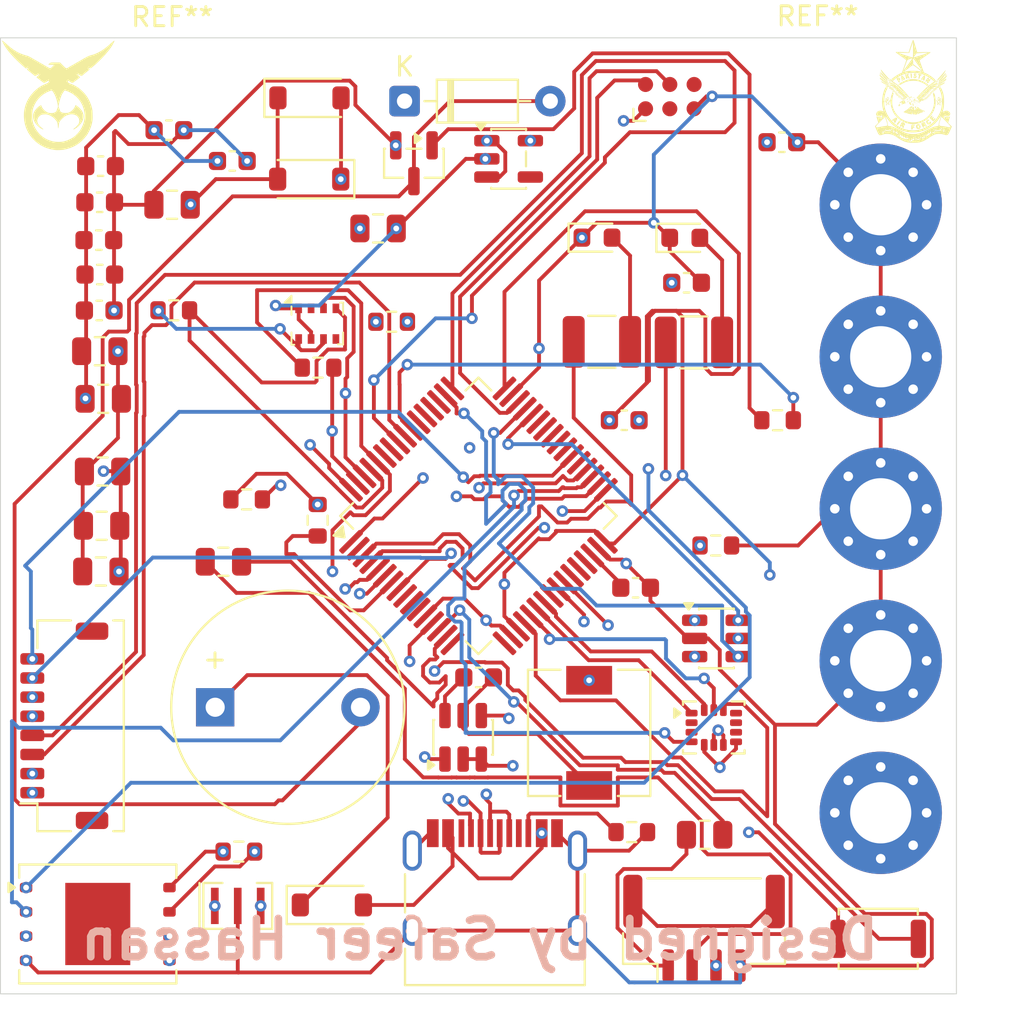
<source format=kicad_pcb>
(kicad_pcb (version 20241229) (generator "pcbnew") (generator_version "9.0")
  (layers (0 "F.Cu" signal) (4 "In1.Cu" signal) (6 "In2.Cu" power) (2 "B.Cu" signal) (13 "F.Paste" user) (15 "B.Paste" user) (5 "F.SilkS" user "F.Silkscreen") (7 "B.SilkS" user "B.Silkscreen") (1 "F.Mask" user) (3 "B.Mask" user) (25 "Edge.Cuts" user))
  (net 0 "")
  (net 1 "Net-(BZ1--)")
  (net 2 "+5V")
  (net 3 "+3V3")
  (net 4 "GND")
  (net 5 "VBUS")
  (net 6 "Net-(U2-BST)")
  (net 7 "Net-(U2-SW)")
  (net 8 "Net-(U6-VCAP_1)")
  (net 9 "VBAT")
  (net 10 "Net-(D1-A)")
  (net 11 "Net-(D2-A)")
  (net 12 "Net-(D3-A)")
  (net 13 "Net-(H5-Pad1)")
  (net 15 "Net-(J1-D+-PadA6)")
  (net 16 "Net-(J1-CC1)")
  (net 17 "Net-(J1-CC2)")
  (net 18 "Net-(J1-D--PadA7)")
  (net 20 "Net-(J3-Pin_2)")
  (net 21 "Net-(J3-Pin_1)")
  (net 22 "Net-(J5-SWDIO)")
  (net 25 "Net-(J5-SWCLK)")
  (net 26 "Net-(U6-PC7)")
  (net 27 "Net-(U6-PB4)")
  (net 28 "Net-(U6-PB5)")
  (net 29 "Net-(U6-PB1)")
  (net 30 "Net-(U6-PB0)")
  (net 31 "Net-(U6-PC0)")
  (net 32 "Net-(Q1-B)")
  (net 33 "Net-(U6-PB8)")
  (net 34 "Net-(U6-PB9)")
  (net 35 "Net-(U9-IO2)")
  (net 36 "Net-(U9-IO3)")
  (net 37 "Net-(U6-NRST)")
  (net 38 "Net-(U6-BOOT0)")
  (net 39 "Net-(U6-PC14)")
  (net 40 "Net-(U6-PC15)")
  (net 41 "Net-(U6-PA0)")
  (net 42 "Net-(U6-PA1)")
  (net 43 "Net-(U6-PB3)")
  (net 44 "Net-(U6-PA11)")
  (net 45 "Net-(U6-PA12)")
  (net 49 "Net-(U6-PB12)")
  (net 51 "Net-(U6-PA4)")
  (net 52 "Net-(U6-PH1)")
  (net 57 "Net-(U6-PA6)")
  (net 59 "Net-(U6-PA5)")
  (net 60 "Net-(U6-PB14)")
  (net 63 "Net-(U6-PA7)")
  (net 68 "Net-(U6-PB13)")
  (net 76 "Net-(U6-PA15)")
  (net 78 "Net-(U6-PH0)")
  (net 79 "Net-(U6-PB15)")
  (footprint "Resistor_SMD:R_0603_1608Metric" (layer "F.Cu") (at 153.655 74.97)
    (property "Reference" "R5" (hide yes))
    (property "Value" "5.1k")
  )
  (footprint "Resistor_SMD:R_0603_1608Metric" (layer "F.Cu") (at 129.115 72.56)
    (property "Reference" "R2" (hide yes))
    (property "Value" "10k")
  )
  (footprint "Button_Switch_SMD:SW_Push_SPST_NO_Alps_SKRK" (layer "F.Cu") (at 162.15 95.54)
    (property "Reference" "SW1" (hide yes))
    (property "Value" "SW_Push")
  )
  (footprint "Package_TO_SOT_SMD:SOT-23" (layer "F.Cu") (at 137.865 54.98 -90)
    (property "Reference" "Q1" (hide yes))
    (property "Value" "MMBT2222A")
  )
  (footprint "Diode_SMD:D_SOD-123" (layer "F.Cu") (at 132.3875 55.81 180)
    (property "Reference" "D5" (hide yes))
    (property "Value" "D_Schottky")
  )
  (footprint "Connector_USB:USB_C_Receptacle_HRO_TYPE-C-31-M-12" (layer "F.Cu") (at 142.1 94.06)
    (property "Reference" "J1" (hide yes))
    (property "Value" "USB_C_Receptacle_USB2.0")
  )
  (footprint "Capacitor_SMD:C_0805_2012Metric" (layer "F.Cu") (at 121.58 71.1 180)
    (property "Reference" "C8" (hide yes))
    (property "Value" "22uF")
  )
  (footprint "Capacitor_SMD:C_0805_2012Metric" (layer "F.Cu") (at 121.435 64.81)
    (property "Reference" "C19" (hide yes))
    (property "Value" "4.7uF")
  )
  (footprint "Package_QFP:LQFP-64_10x10mm_P0.5mm" (layer "F.Cu") (at 141.24 73.42 45)
    (property "Reference" "U6" (hide yes))
    (property "Value" "STM32F722RETx")
  )
  (footprint "LED_SMD:LED_0603_1608Metric" (layer "F.Cu") (at 147.44 58.87)
    (property "Reference" "D2" (hide yes))
    (property "Value" "GREEN LED")
  )
  (footprint "Package_LGA:LGA-14_3x2.5mm_P0.5mm_LayoutBorder3x4y" (layer "F.Cu") (at 153.55 84.4875)
    (property "Reference" "U7" (hide yes))
    (property "Value" "BMI270")
  )
  (footprint "Capacitor_SMD:C_0805_2012Metric" (layer "F.Cu") (at 121.53 73.94 180)
    (property "Reference" "C10" (hide yes))
    (property "Value" "22uF")
  )
  (footprint "Connector_JST:JST_GH_BM04B-GHS-TBT_1x04-1MP_P1.25mm_Vertical" (layer "F.Cu") (at 153.04 94.99)
    (property "Reference" "J3" (hide yes))
    (property "Value" "A")
  )
  (footprint "Capacitor_SMD:C_0603_1608Metric" (layer "F.Cu") (at 121.435 60.8)
    (property "Reference" "C17" (hide yes))
    (property "Value" "100nF")
  )
  (footprint "Crystal:Resonator_SMD_Murata_CSTxExxV-3Pin_3.0x1.1mm" (layer "F.Cu") (at 128.65 93.82)
    (property "Reference" "Y1" (hide yes))
    (property "Value" "8MHz")
  )
  (footprint "Resistor_SMD:R_0603_1608Metric" (layer "F.Cu") (at 125.305 62.67)
    (property "Reference" "R1" (hide yes))
    (property "Value" "10k")
  )
  (footprint "Resistor_SMD:R_0603_1608Metric" (layer "F.Cu") (at 132.83 73.65 90)
    (property "Reference" "R7" (hide yes))
    (property "Value" "10k")
  )
  (footprint "Capacitor_SMD:C_0603_1608Metric" (layer "F.Cu") (at 152.125 61.23)
    (property "Reference" "C2" (hide yes))
    (property "Value" "100nF")
  )
  (footprint "Resistor_SMD:R_0603_1608Metric" (layer "F.Cu") (at 149.26 89.96)
    (property "Reference" "R6" (hide yes))
    (property "Value" "5.1k")
  )
  (footprint "LED_SMD:LED_0603_1608Metric" (layer "F.Cu") (at 152.0325 58.88)
    (property "Reference" "D3" (hide yes))
    (property "Value" "RED LED")
  )
  (footprint "Capacitor_SMD:C_0805_2012Metric" (layer "F.Cu") (at 135.99 58.39)
    (property "Reference" "C5" (hide yes))
    (property "Value" "10uF")
  )
  (footprint "MountingHole:MountingHole_3.2mm_M3_Pad_Via" (layer "F.Cu") (at 162.28 65.1)
    (property "Reference" "H2" (hide yes))
    (property "Value" "MountingHole_Pad")
  )
  (footprint "Resistor_SMD:R_0603_1608Metric" (layer "F.Cu") (at 156.885 68.42)
    (property "Reference" "R13" (hide yes))
    (property "Value" "1k")
  )
  (footprint "Capacitor_SMD:C_1210_3225Metric" (layer "F.Cu") (at 152.51 64.35)
    (property "Reference" "R10" (hide yes))
    (property "Value" "47uF")
  )
  (footprint "LOGO" (layer "F.Cu") (at 119.27 51.44)
    (property "Reference" "G***" (hide yes))
    (property "Value" "LOGO" (hide yes))
  )
  (footprint "Capacitor_SMD:C_0805_2012Metric" (layer "F.Cu") (at 153.07 90.1)
    (property "Reference" "R11" (hide yes))
    (property "Value" "22uF")
  )
  (footprint "MountingHole:MountingHole_3.2mm_M3_Pad_Via" (layer "F.Cu") (at 162.28 88.95)
    (property "Reference" "H5" (hide yes))
    (property "Value" "MountingHole_Pad")
  )
  (footprint "MountingHole:MountingHole_3.2mm_M3_Pad_Via" (layer "F.Cu") (at 162.28 73.05)
    (property "Reference" "H3" (hide yes))
    (property "Value" "MountingHole_Pad")
  )
  (footprint "Capacitor_SMD:C_0603_1608Metric" (layer "F.Cu") (at 121.385 59)
    (property "Reference" "C15" (hide yes))
    (property "Value" "100nF")
  )
  (footprint "Inductor_SMD:L_6.3x6.3_H3" (layer "F.Cu") (at 147.03 84.77 90)
    (property "Reference" "L1" (hide yes))
    (property "Value" "CSME0418D-4R7M-LRH")
  )
  (footprint "Buzzer_Beeper:Buzzer_12x9.5RM7.6" (layer "F.Cu") (at 127.47 83.43)
    (property "Reference" "BZ1" (hide yes))
    (property "Value" "Buzzer")
  )
  (footprint "Package_SON:WSON-8-1EP_8x6mm_P1.27mm_EP3.4x4.3mm" (layer "F.Cu") (at 121.33 94.765)
    (property "Reference" "U9" (hide yes))
    (property "Value" "W25N01G")
  )
  (footprint "Capacitor_SMD:C_0603_1608Metric" (layer "F.Cu") (at 121.405 62.68)
    (property "Reference" "C18" (hide yes))
    (property "Value" "100nF")
  )
  (footprint "Diode_SMD:D_SOD-123" (layer "F.Cu") (at 133.5725 93.77)
    (property "Reference" "D1" (hide yes))
    (property "Value" "B5819W_C8598")
  )
  (footprint "Package_TO_SOT_SMD:SOT-23-6" (layer "F.Cu") (at 153.6875 79.83)
    (property "Reference" "U4" (hide yes))
    (property "Value" "USBLC6-2SC6")
  )
  (footprint "MountingHole:MountingHole_3.2mm_M3_Pad_Via" (layer "F.Cu") (at 162.28 57.15)
    (property "Reference" "H1" (hide yes))
    (property "Value" "MountingHole_Pad")
  )
  (footprint "Connector:Tag-Connect_TC2030-IDC-NL_2x03_P1.27mm_Vertical" (layer "F.Cu") (at 151.25 51.495)
    (property "Reference" "J5" (hide yes))
    (property "Value" "JTAG_TC2030")
  )
  (footprint "Package_TO_SOT_SMD:TSOT-23-6" (layer "F.Cu") (at 140.44 85.0025 90)
    (property "Reference" "U2" (hide yes))
    (property "Value" "AP63205WU")
  )
  (footprint "Capacitor_SMD:C_0805_2012Metric" (layer "F.Cu") (at 121.615 67.3)
    (property "Reference" "C11" (hide yes))
    (property "Value" "10uF")
  )
  (footprint "Capacitor_SMD:C_0603_1608Metric" (layer "F.Cu") (at 141.25 81.87 180)
    (property "Reference" "C6" (hide yes))
    (property "Value" "100nF")
  )
  (footprint "Capacitor_SMD:C_0805_2012Metric" (layer "F.Cu") (at 125.215 57.15)
    (property "Reference" "C13" (hide yes))
    (property "Value" "22uF")
  )
  (footprint "Diode_SMD:D_SOD-123" (layer "F.Cu") (at 132.4025 51.56)
    (property "Reference" "D4" (hide yes))
    (property "Value" "D_Schottky")
  )
  (footprint "MountingHole:MountingHole_2.1mm" (layer "F.Cu") (at 125.22 50.38)
    (property "Reference" "REF**")
    (property "Value" "MountingHole_2.1mm")
  )
  (footprint "Package_TO_SOT_SMD:SOT-23-5" (layer "F.Cu") (at 142.8175 54.75)
    (property "Reference" "U5" (hide yes))
    (property "Value" "XC6220B331MR")
  )
  (footprint "Capacitor_SMD:C_0603_1608Metric" (layer "F.Cu") (at 121.43 57.02)
    (property "Reference" "C16" (hide yes))
    (property "Value" "100nF")
  )
  (footprint "LOGO" (layer "F.Cu") (at 163.99 51.21)
    (property "Reference" "G***" (hide yes))
    (property "Value" "LOGO" (hide yes))
  )
  (footprint "Resistor_SMD:R_0603_1608Metric" (layer "F.Cu") (at 132.85 65.67)
    (property "Reference" "R8" (hide yes))
    (property "Value" "10k")
  )
  (footprint "Capacitor_SMD:C_0805_2012Metric" (layer "F.Cu") (at 127.9 75.82)
    (property "Reference" "R12" (hide yes))
    (property "Value" "22uF")
  )
  (footprint "MountingHole:MountingHole_2.1mm" (layer "F.Cu") (at 158.98 50.34)
    (property "Reference" "REF**")
    (property "Value" "MountingHole_2.1mm")
  )
  (footprint "Capacitor_SMD:C_0603_1608Metric" (layer "F.Cu") (at 121.475 55.13)
    (property "Reference" "C14" (hide yes))
    (property "Value" "1uF")
  )
  (footprint "Resistor_SMD:R_0603_1608Metric" (layer "F.Cu") (at 136.7 63.27)
    (property "Reference" "R3" (hide yes))
    (property "Value" "10k")
  )
  (footprint "Package_LGA:Bosch_LGA-8_2x2.5mm_P0.65mm_ClockwisePinNumbering" (layer "F.Cu") (at 132.81 63.37)
    (property "Reference" "U8" (hide yes))
    (property "Value" "SPL06-001")
  )
  (footprint "Diode_THT:D_DO-35_SOD27_P7.62mm_Horizontal" (layer "F.Cu") (at 137.375 51.73)
    (property "Reference" "D6" (hide yes))
    (property "Value" "1N4148")
  )
  (footprint "Capacitor_SMD:C_0603_1608Metric" (layer "F.Cu") (at 148.865 68.42)
    (property "Reference" "C12" (hide yes))
    (property "Value" "100nF")
  )
  (footprint "Capacitor_SMD:C_0603_1608Metric" (layer "F.Cu") (at 125.05 53.25)
    (property "Reference" "C4" (hide yes))
    (property "Value" "100nF")
  )
  (footprint "Connector_JST:JST_SHL_SM08B-SHLS-TF_1x08-1MP_P1.00mm_Horizontal" (layer "F.Cu") (at 119.58 84.4 90)
    (property "Reference" "P1" (hide yes))
    (property "Value" "SM08B-SRSS-TB(LF)(SN)")
  )
  (footprint "Capacitor_SMD:C_0603_1608Metric" (layer "F.Cu") (at 128.365 54.86)
    (property "Reference" "C3" (hide yes))
    (property "Value" "100nF")
  )
  (footprint "Capacitor_SMD:C_0603_1608Metric" (layer "F.Cu") (at 157.11 53.88)
    (property "Reference" "C1" (hide yes))
    (property "Value" "100nF")
  )
  (footprint "Capacitor_SMD:C_0805_2012Metric" (layer "F.Cu") (at 121.49 76.33)
    (property "Reference" "C9" (hide yes))
    (property "Value" "10uF")
  )
  (footprint "Resistor_SMD:R_0603_1608Metric" (layer "F.Cu") (at 128.71 90.98)
    (property "Reference" "R4" (hide yes))
    (property "Value" "10k")
  )
  (footprint "MountingHole:MountingHole_3.2mm_M3_Pad_Via" (layer "F.Cu") (at 162.28 81)
    (property "Reference" "H4" (hide yes))
    (property "Value" "MountingHole_Pad")
  )
  (footprint "Capacitor_SMD:C_0603_1608Metric" (layer "F.Cu") (at 149.46 77.18)
    (property "Reference" "C7" (hide yes))
    (property "Value" "2.2uF")
  )
  (footprint "Capacitor_SMD:C_1210_3225Metric" (layer "F.Cu") (at 147.695 64.32)
    (property "Reference" "R9" (hide yes))
    (property "Value" "47uF")
  )
  (gr_rect (start 116.24 48.42) (end 166.24 98.42) (stroke (width 0.05)) (fill no) (layer "Edge.Cuts"))
  (gr_text "Designed by Safeer Hassan" (at 162.37 96.74 0) (layer "B.SilkS") (effects (font (size 2 2) (thickness 0.4) (bold yes)) (justify left bottom mirror)))
  (segment (start 150.595 94.87) (end 149.315 93.59) (width 0.2) (layer "F.Cu") (net 0))
  (segment (start 155.485 94.87) (end 150.595 94.87) (width 0.2) (layer "F.Cu") (net 0))
  (segment (start 156.765 93.59) (end 155.485 94.87) (width 0.2) (layer "F.Cu") (net 0))
  (segment (start 121.584 68.19016) (end 121.584 64.09984) (width 0.2) (layer "F.Cu") (net 1))
  (segment (start 135.07 84.22) (end 130.99 88.3) (width 0.2) (layer "F.Cu") (net 1))
  (segment (start 130.99 88.3) (end 130.79 88.3) (width 0.2) (layer "F.Cu") (net 1))
  (segment (start 122.965 62.1289) (end 128.3829 56.711) (width 0.2) (layer "F.Cu") (net 1))
  (segment (start 116.979 88.240968) (end 116.979 72.79516) (width 0.2) (layer "F.Cu") (net 1))
  (segment (start 137.0715 56.711) (end 137.865 55.9175) (width 0.2) (layer "F.Cu") (net 1))
  (segment (start 122.87016 63.784) (end 122.965 63.68916) (width 0.2) (layer "F.Cu") (net 1))
  (segment (start 121.89984 63.784) (end 122.87016 63.784) (width 0.2) (layer "F.Cu") (net 1))
  (segment (start 117.239032 88.501) (end 116.979 88.240968) (width 0.2) (layer "F.Cu") (net 1))
  (segment (start 116.979 72.79516) (end 121.584 68.19016) (width 0.2) (layer "F.Cu") (net 1))
  (segment (start 130.79 88.3) (end 130.589 88.501) (width 0.2) (layer "F.Cu") (net 1))
  (segment (start 121.584 64.09984) (end 121.89984 63.784) (width 0.2) (layer "F.Cu") (net 1))
  (segment (start 128.3829 56.711) (end 137.0715 56.711) (width 0.2) (layer "F.Cu") (net 1))
  (segment (start 122.965 63.68916) (end 122.965 62.1289) (width 0.2) (layer "F.Cu") (net 1))
  (segment (start 144.995 51.73) (end 139.748032 51.73) (width 0.2) (layer "F.Cu") (net 1))
  (segment (start 130.589 88.501) (end 117.239032 88.501) (width 0.2) (layer "F.Cu") (net 1))
  (segment (start 139.748032 51.73) (end 137.865 53.613032) (width 0.2) (layer "F.Cu") (net 1))
  (segment (start 137.865 53.613032) (end 137.865 55.9175) (width 0.2) (layer "F.Cu") (net 1))
  (segment (start 135.07 83.43) (end 135.07 84.22) (width 0.2) (layer "F.Cu") (net 1))
  (segment (start 142.6435 55.398999) (end 142.342499 55.7) (width 0.2) (layer "F.Cu") (net 2))
  (segment (start 141.68 53.8) (end 142.034468 53.8) (width 0.2) (layer "F.Cu") (net 2))
  (segment (start 129.151 81.749) (end 127.47 83.43) (width 0.2) (layer "F.Cu") (net 2))
  (segment (start 122.511473 71.081473) (end 122.53 71.1) (width 0.2) (layer "F.Cu") (net 2))
  (segment (start 142.6435 54.409032) (end 142.6435 55.398999) (width 0.2) (layer "F.Cu") (net 2))
  (segment (start 139.49 86.14) (end 138.54 86.14) (width 0.2) (layer "F.Cu") (net 2))
  (segment (start 122.53 76.24) (end 122.44 76.33) (width 0.2) (layer "F.Cu") (net 2))
  (segment (start 135.4061 81.749) (end 129.151 81.749) (width 0.2) (layer "F.Cu") (net 2))
  (segment (start 142.342499 55.7) (end 141.68 55.7) (width 0.2) (layer "F.Cu") (net 2))
  (segment (start 131.9225 93.77) (end 136.491 89.2015) (width 0.2) (layer "F.Cu") (net 2))
  (segment (start 122.53 71.1) (end 122.53 76.24) (width 0.2) (layer "F.Cu") (net 2))
  (segment (start 142.034468 53.8) (end 142.6435 54.409032) (width 0.2) (layer "F.Cu") (net 2))
  (segment (start 136.491 89.2015) (end 136.491 82.8339) (width 0.2) (layer "F.Cu") (net 2))
  (segment (start 121.63 71.081473) (end 122.511473 71.081473) (width 0.2) (layer "F.Cu") (net 2))
  (segment (start 136.491 82.8339) (end 135.4061 81.749) (width 0.2) (layer "F.Cu") (net 2))
  (segment (start 138.54 86.14) (end 138.43 86.03) (width 0.2) (layer "F.Cu") (net 2))
  (via (at 122.44 76.33) (size 0.6) (drill 0.3) (layers "F.Cu" "B.Cu") (net 2))
  (via (at 147.03 82.02) (size 0.6) (drill 0.3) (layers "F.Cu" "B.Cu") (net 2))
  (via (at 141.68 53.8) (size 0.6) (drill 0.3) (layers "F.Cu" "B.Cu") (net 2))
  (via (at 138.43 86.03) (size 0.6) (drill 0.3) (layers "F.Cu" "B.Cu") (net 2))
  (via (at 153.665 96.94) (size 0.6) (drill 0.3) (layers "F.Cu" "B.Cu") (net 2))
  (via (at 121.63 71.081473) (size 0.6) (drill 0.3) (layers "F.Cu" "B.Cu") (net 2))
  (via (at 137.375 51.73) (size 0.6) (drill 0.3) (layers "F.Cu" "B.Cu") (net 2))
  (segment (start 153.109 65.68516) (end 153.42484 66.001) (width 0.2) (layer "F.Cu") (net 3))
  (segment (start 131.835 64.17) (end 131.835 64.62) (width 0.2) (layer "F.Cu") (net 3))
  (segment (start 150.046 62.98484) (end 150.33184 62.699) (width 0.2) (layer "F.Cu") (net 3))
  (segment (start 142.601181 61.705219) (end 142.601181 66.755519) (width 0.2) (layer "F.Cu") (net 3))
  (segment (start 149.35 52.76) (end 149.98 52.13) (width 0.2) (layer "F.Cu") (net 3))
  (segment (start 160.05 95.54) (end 160.05 94.12174) (width 0.2) (layer "F.Cu") (net 3))
  (segment (start 150.046 66.464) (end 150.046 62.98484) (width 0.2) (layer "F.Cu") (net 3))
  (segment (start 129.631 71.219) (end 131.224 71.219) (width 0.2) (layer "F.Cu") (net 3))
  (segment (start 150.47484 62.699) (end 151.59516 62.699) (width 0.2) (layer "F.Cu") (net 3))
  (segment (start 120.72 67.245) (end 120.72 54.16) (width 0.2) (layer "F.Cu") (net 3))
  (segment (start 151.911 63.01484) (end 151.911 71.2961) (width 0.2) (layer "F.Cu") (net 3))
  (segment (start 131.975 64.76) (end 132.7639 64.76) (width 0.2) (layer "F.Cu") (net 3))
  (segment (start 142.596357 76.397843) (end 142.596357 76.99) (width 0.2) (layer "F.Cu") (net 3))
  (segment (start 148.09 68.42) (end 150.046 66.464) (width 0.2) (layer "F.Cu") (net 3))
  (segment (start 132.433711 69.706294) (end 133.43 70.702583) (width 0.2) (layer "F.Cu") (net 3))
  (segment (start 150.159 66.351) (end 150.159 63.01484) (width 0.2) (layer "F.Cu") (net 3))
  (segment (start 120.6875 67.2775) (end 120.72 67.245) (width 0.2) (layer "F.Cu") (net 3))
  (segment (start 145.291 74.209257) (end 145.291 74.288943) (width 0.2) (layer "F.Cu") (net 3))
  (segment (start 131.835 64.62) (end 131.975 64.76) (width 0.2) (layer "F.Cu") (net 3))
  (segment (start 133.43 70.702583) (end 133.43 70.9133) (width 0.2) (layer "F.Cu") (net 3))
  (segment (start 154.861 65.68516) (end 154.861 59.7049) (width 0.2) (layer "F.Cu") (net 3))
  (segment (start 128.29 72.56) (end 129.631 71.219) (width 0.2) (layer "F.Cu") (net 3))
  (segment (start 132.433711 69.706291) (end 132.433711 69.706294) (width 0.2) (layer "F.Cu") (net 3))
  (segment (start 132.7639 64.76) (end 133.135 64.3889) (width 0.2) (layer "F.Cu") (net 3))
  (segment (start 153.05 85.764348) (end 153.855652 86.57) (width 0.2) (layer "F.Cu") (net 3))
  (segment (start 154.861 59.7049) (end 152.6491 57.493) (width 0.2) (layer "F.Cu") (net 3))
  (segment (start 133.135 64.3889) (end 133.135 64.17) (width 0.2) (layer "F.Cu") (net 3))
  (segment (start 151.59516 62.699) (end 151.911 63.01484) (width 0.2) (layer "F.Cu") (net 3))
  (segment (start 154.54516 66.001) (end 154.861 65.68516) (width 0.2) (layer "F.Cu") (net 3))
  (segment (start 152.6491 57.493) (end 146.8134 57.493) (width 0.2) (layer "F.Cu") (net 3))
  (segment (start 147.332557 74.209257) (end 145.291 74.209257) (width 0.2) (layer "F.Cu") (net 3))
  (segment (start 144.441057 74.641) (end 144.397128 74.597071) (width 0.2) (layer "F.Cu") (net 3))
  (segment (start 145.291 74.288943) (end 144.938943 74.641) (width 0.2) (layer "F.Cu") (net 3))
  (segment (start 148.343398 74.863702) (end 147.987002 74.863702) (width 0.2) (layer "F.Cu") (net 3))
  (segment (start 153.42484 66.001) (end 154.54516 66.001) (width 0.2) (layer "F.Cu") (net 3))
  (segment (start 122.42 52.46) (end 123.485 52.46) (width 0.2) (layer "F.Cu") (net 3))
  (segment (start 153.87 86.444348) (end 154.7125 85.601848) (width 0.2) (layer "F.Cu") (net 3))
  (segment (start 131.835 64.615) (end 130.86 63.64) (width 0.2) (layer "F.Cu") (net 3))
  (segment (start 126.96 90.98) (end 127.885 90.98) (width 0.2) (layer "F.Cu") (net 3))
  (segment (start 133.43 70.9133) (end 134.575519 72.058819) (width 0.2) (layer "F.Cu") (net 3))
  (segment (start 125.08 92.86) (end 126.96 90.98) (width 0.2) (layer "F.Cu") (net 3))
  (segment (start 150.159 63.01484) (end 150.47484 62.699) (width 0.2) (layer "F.Cu") (net 3))
  (segment (start 153.855652 86.57) (end 153.87 86.57) (width 0.2) (layer "F.Cu") (net 3))
  (segment (start 148.09 68.42) (end 150.159 66.351) (width 0.2) (layer "F.Cu") (net 3))
  (segment (start 146.8134 57.493) (end 142.601181 61.705219) (width 0.2) (layer "F.Cu") (net 3))
  (segment (start 153.05 85.4) (end 153.05 85.764348) (width 0.2) (layer "F.Cu") (net 3))
  (segment (start 135.7967 73.56) (end 134.575519 74.781181) (width 0.2) (layer "F.Cu") (net 3))
  (segment (start 153.87 86.57) (end 153.87 86.444348) (width 0.2) (layer "F.Cu") (net 3))
  (segment (start 142.596357 76.99) (end 142.596357 78.665445) (width 0.2) (layer "F.Cu") (net 3))
  (segment (start 142.596357 78.665445) (end 143.308287 79.377375) (width 0.2) (layer "F.Cu") (net 3))
  (segment (start 150.33184 62.699) (end 152.79316 62.699) (width 0.2) (layer "F.Cu") (net 3))
  (segment (start 160.05 94.12174) (end 155.89826 89.97) (width 0.2) (layer "F.Cu") (net 3))
  (segment (start 151.911 71.2961) (end 148.343398 74.863702) (width 0.2) (layer "F.Cu") (net 3))
  (segment (start 147.987002 74.863702) (end 147.904481 74.781181) (width 0.2) (layer "F.Cu") (net 3))
  (segment (start 120.6875 67.2775) (end 120.665 67.3) (width 0.2) (layer "F.Cu") (net 3))
  (segment (start 147.904481 74.781181) (end 147.332557 74.209257) (width 0.2) (layer "F.Cu") (net 3))
  (segment (start 155.89826 89.97) (end 155.38 89.97) (width 0.2) (layer "F.Cu") (net 3))
  (segment (start 154.7125 85.601848) (end 154.7125 85.2375) (width 0.2) (layer "F.Cu") (net 3))
  (segment (start 138.34 71.44) (end 136.22 73.56) (width 0.2) (layer "F.Cu") (net 3))
  (segment (start 131.835 64.62) (end 131.835 64.615) (width 0.2) (layer "F.Cu") (net 3))
  (segment (start 148.83 52.76) (end 149.35 52.76) (width 0.2) (layer "F.Cu") (net 3))
  (segment (start 144.938943 74.641) (end 144.441057 74.641) (width 0.2) (layer "F.Cu") (net 3))
  (segment (start 138.818159 79.023821) (end 137.64 80.20198) (width 0.2) (layer "F.Cu") (net 3))
  (segment (start 120.72 54.16) (end 122.42 52.46) (width 0.2) (layer "F.Cu") (net 3))
  (segment (start 152.79316 62.699) (end 153.109 63.01484) (width 0.2) (layer "F.Cu") (net 3))
  (segment (start 123.485 52.46) (end 124.275 53.25) (width 0.2) (layer "F.Cu") (net 3))
  (segment (start 153.109 63.01484) (end 153.109 65.68516) (width 0.2) (layer "F.Cu") (net 3))
  (segment (start 144.397128 74.597071) (end 142.596357 76.397843) (width 0.2) (layer "F.Cu") (net 3))
  (segment (start 137.64 80.20198) (end 137.64 81.03) (width 0.2) (layer "F.Cu") (net 3))
  (segment (start 131.224 71.219) (end 132.83 72.825) (width 0.2) (layer "F.Cu") (net 3))
  (segment (start 136.22 73.56) (end 135.7967 73.56) (width 0.2) (layer "F.Cu") (net 3))
  (via (at 138.34 71.44) (size 0.6) (drill 0.3) (layers "F.Cu" "B.Cu") (net 3))
  (via (at 137.64 81.03) (size 0.6) (drill 0.3) (layers "F.Cu" "B.Cu") (net 3))
  (via (at 148.09 68.42) (size 0.6) (drill 0.3) (layers "F.Cu" "B.Cu") (net 3))
  (via (at 140.78 69.86) (size 0.6) (drill 0.3) (layers "F.Cu" "B.Cu") (net 3))
  (via (at 155.38 89.97) (size 0.6) (drill 0.3) (layers "F.Cu" "B.Cu") (net 3))
  (via (at 127.885 90.98) (size 0.6) (drill 0.3) (layers "F.Cu" "B.Cu") (net 3))
  (via (at 156.335 53.88) (size 0.6) (drill 0.3) (layers "F.Cu" "B.Cu") (net 3))
  (via (at 132.83 72.825) (size 0.6) (drill 0.3) (layers "F.Cu" "B.Cu") (net 3))
  (via (at 143.955 53.8) (size 0.6) (drill 0.3) (layers "F.Cu" "B.Cu") (net 3))
  (via (at 153.87 86.57) (size 0.6) (drill 0.3) (layers "F.Cu" "B.Cu") (net 3))
  (via (at 142.596357 76.99) (size 0.6) (drill 0.3) (layers "F.Cu" "B.Cu") (net 3))
  (via (at 135.875 63.27) (size 0.6) (drill 0.3) (layers "F.Cu" "B.Cu") (net 3))
  (via (at 148.83 52.76) (size 0.6) (drill 0.3) (layers "F.Cu" "B.Cu") (net 3))
  (via (at 132.433711 69.706291) (size 0.6) (drill 0.3) (layers "F.Cu" "B.Cu") (net 3))
  (via (at 151.911 71.2961) (size 0.6) (drill 0.3) (layers "F.Cu" "B.Cu") (net 3))
  (via (at 156.48 76.51) (size 0.6) (drill 0.3) (layers "F.Cu" "B.Cu") (net 3))
  (via (at 130.86 63.64) (size 0.6) (drill 0.3) (layers "F.Cu" "B.Cu") (net 3))
  (via (at 151.35 61.23) (size 0.6) (drill 0.3) (layers "F.Cu" "B.Cu") (net 3))
  (via (at 124.5 62.7) (size 0.6) (drill 0.3) (layers "F.Cu" "B.Cu") (net 3))
  (via (at 120.6875 67.2775) (size 0.6) (drill 0.3) (layers "F.Cu" "B.Cu") (net 3))
  (via (at 124.275 53.25) (size 0.6) (drill 0.3) (layers "F.Cu" "B.Cu") (net 3))
  (via (at 127.59 54.86) (size 0.6) (drill 0.3) (layers "F.Cu" "B.Cu") (net 3))
  (segment (start 156.48 75.8651) (end 151.911 71.2961) (width 0.2) (layer "B.Cu") (net 3))
  (segment (start 125.885 54.86) (end 124.275 53.25) (width 0.2) (layer "B.Cu") (net 3))
  (segment (start 125.44 63.64) (end 124.5 62.7) (width 0.2) (layer "B.Cu") (net 3))
  (segment (start 156.48 76.51) (end 156.48 75.8651) (width 0.2) (layer "B.Cu") (net 3))
  (segment (start 130.86 63.64) (end 125.44 63.64) (width 0.2) (layer "B.Cu") (net 3))
  (segment (start 127.59 54.86) (end 125.885 54.86) (width 0.2) (layer "B.Cu") (net 3))
  (segment (start 131.835 62.57) (end 131.835 63.143) (width 0.2) (layer "F.Cu") (net 4))
  (segment (start 154.05 85.4) (end 154.05 84.9) (width 0.2) (layer "F.Cu") (net 4))
  (segment (start 153.8615 80.439032) (end 153.8615 81.455052) (width 0.2) (layer "F.Cu") (net 4))
  (segment (start 151.245 58.88) (end 151.245 59.575) (width 0.2) (layer "F.Cu") (net 4))
  (segment (start 122.18 53.36) (end 122.18 62.68) (width 0.2) (layer "F.Cu") (net 4))
  (segment (start 141.639972 78.880028) (end 140.508943 77.749) (width 0.2) (layer "F.Cu") (net 4))
  (segment (start 130.031 50.659) (end 124.265 56.425) (width 0.2) (layer "F.Cu") (net 4))
  (segment (start 164.951 94.526936) (end 164.951 96.553064) (width 0.2) (layer "F.Cu") (net 4))
  (segment (start 164.951 96.553064) (end 164.564064 96.94) (width 0.2) (layer "F.Cu") (net 4))
  (segment (start 146.42 95.11) (end 146.42 90.93) (width 0.2) (layer "F.Cu") (net 4))
  (segment (start 150.235 77.18) (end 148.9675 75.9125) (width 0.2) (layer "F.Cu") (net 4))
  (segment (start 153.8615 81.455052) (end 156.74855 84.342102) (width 0.2) (layer "F.Cu") (net 4))
  (segment (start 148.122852 75.706658) (end 147.550928 75.134734) (width 0.2) (layer "F.Cu") (net 4))
  (segment (start 124.265 57.15) (end 122.335 57.15) (width 0.2) (layer "F.Cu") (net 4))
  (segment (start 153.17 51.48) (end 153.46 51.48) (width 0.2) (layer "F.Cu") (net 4))
  (segment (start 131.835 63.143) (end 132.485 63.793) (width 0.2) (layer "F.Cu") (net 4))
  (segment (start 147.4285 58.094) (end 146.6525 58.87) (width 0.2) (layer "F.Cu") (net 4))
  (segment (start 153.252468 79.83) (end 153.8615 80.439032) (width 0.2) (layer "F.Cu") (net 4))
  (segment (start 134.8035 50.96089) (end 134.50161 50.659) (width 0.2) (layer "F.Cu") (net 4))
  (segment (start 139.385874 77.749) (end 138.464606 78.670268) (width 0.2) (layer "F.Cu") (net 4))
  (segment (start 150.235 77.869468) (end 152.195532 79.83) (width 0.2) (layer "F.Cu") (net 4))
  (segment (start 140.508943 77.749) (end 139.385874 77.749) (width 0.2) (layer "F.Cu") (net 4))
  (segment (start 141.39 83.865) (end 142.685 83.865) (width 0.2) (layer "F.Cu") (net 4))
  (segment (start 118.21 97.3) (end 128.68 97.3) (width 0.2) (layer "F.Cu") (net 4))
  (segment (start 158.937898 84.342102) (end 156.74855 84.342102) (width 0.2) (layer "F.Cu") (net 4))
  (segment (start 117.58 96.67) (end 118.21 97.3) (width 0.2) (layer "F.Cu") (net 4))
  (segment (start 133.59 65.755) (end 133.675 65.67) (width 0.2) (layer "F.Cu") (net 4))
  (segment (start 122.335 57.15) (end 122.205 57.02) (width 0.2) (layer "F.Cu") (net 4))
  (segment (start 122.936 53.976) (end 125.099 53.976) (width 0.2) (layer "F.Cu") (net 4))
  (segment (start 154.05 84.9) (end 153.78 84.63) (width 0.2) (layer "F.Cu") (net 4))
  (segment (start 159.88 73.05) (end 157.96 74.97) (width 0.2) (layer "F.Cu") (net 4))
  (segment (start 136.915 54.0425) (end 134.8035 51.931) (width 0.2) (layer "F.Cu") (net 4))
  (segment (start 141.6 54.75) (end 141.68 54.75) (width 0.2) (layer "F.Cu") (net 4))
  (segment (start 122.25 53.29) (end 122.18 53.36) (width 0.2) (layer "F.Cu") (net 4))
  (segment (start 125.099 53.976) (end 125.825 53.25) (width 0.2) (layer "F.Cu") (net 4))
  (segment (start 137.78 95.11) (end 146.42 95.11) (width 0.2) (layer "F.Cu") (net 4))
  (segment (start 156.74855 84.342102) (end 156.74855 89.53145) (width 0.2) (layer "F.Cu") (net 4))
  (segment (start 128.68 97.3) (end 135.59 97.3) (width 0.2) (layer "F.Cu") (net 4))
  (segment (start 134.50161 50.659) (end 130.031 50.659) (width 0.2) (layer "F.Cu") (net 4))
  (segment (start 157.885 53.88) (end 157.93 53.88) (width 0.2) (layer "F.Cu") (net 4))
  (segment (start 156.74855 89.53145) (end 161.4561 94.239) (width 0.2) (layer "F.Cu") (net 4))
  (segment (start 148.761658 75.706658) (end 148.122852 75.706658) (width 0.2) (layer "F.Cu") (net 4))
  (segment (start 130.78 62.57) (end 130.63 62.42) (width 0.2) (layer "F.Cu") (net 4))
  (segment (start 151.245 59.575) (end 152.9 61.23) (width 0.2) (layer "F.Cu") (net 4))
  (segment (start 159.01 53.88) (end 160.582944 55.452944) (width 0.2) (layer "F.Cu") (net 4))
  (segment (start 138.85 90.015) (end 138.695 90.015) (width 0.2) (layer "F.Cu") (net 4))
  (segment (start 152.195532 79.83) (end 152.55 79.83) (width 0.2) (layer "F.Cu") (net 4))
  (segment (start 164.663064 94.239) (end 164.951 94.526936) (width 0.2) (layer "F.Cu") (net 4))
  (segment (start 149.115 90.93) (end 150.085 89.96) (width 0.2) (layer "F.Cu") (net 4))
  (segment (start 152.52 52.13) (end 153.17 51.48) (width 0.2) (layer "F.Cu") (net 4))
  (segment (start 135.59 97.3) (end 137.78 95.11) (width 0.2) (layer "F.Cu") (net 4))
  (segment (start 153.55 85.4) (end 153.55 84.86) (width 0.2) (layer "F.Cu") (net 4))
  (segment (start 128.65 93.82) (end 128.65 97.27) (width 0.2) (layer "F.Cu") (net 4))
  (segment (start 141.918947 79.159004) (end 141.639972 78.880028) (width 0.2) (layer "F.Cu") (net 4))
  (segment (start 144.41 65.653806) (end 142.954734 67.109072) (width 0.2) (layer "F.Cu") (net 4))
  (segment (start 162.28 62.7) (end 162.28 57.15) (width 0.2) (layer "F.Cu") (net 4))
  (segment (start 144.41 61.1125) (end 144.41 64.66) (width 0.2) (layer "F.Cu") (net 4))
  (segment (start 120.54 71.19) (end 120.63 71.1) (width 0.2) (layer "F.Cu") (net 4))
  (segment (start 134.929072 71.634555) (end 133.59 70.295483) (width 0.2) (layer "F.Cu") (net 4))
  (segment (start 146.6525 58.87) (end 144.41 61.1125) (width 0.2) (layer "F.Cu") (net 4))
  (segment (start 161.4561 94.239) (end 164.663064 94.239) (width 0.2) (layer "F.Cu") (net 4))
  (segment (start 142.954734 79.730928) (end 142.38281 79.159004) (width 0.2) (layer "F.Cu") (net 4))
  (segment (start 134.929072 71.705266) (end 134.929072 71.634555) (width 0.2) (layer "F.Cu") (net 4))
  (segment (start 120.54 76.33) (end 120.54 71.19) (width 0.2) (layer "F.Cu") (net 4))
  (segment (start 140.58 54.75) (end 141.6 54.75) (width 0.2) (layer "F.Cu") (net 4))
  (segment (start 157.96 74.97) (end 154.48 74.97) (width 0.2) (layer "F.Cu") (net 4))
  (segment (start 142.38281 79.159004) (end 141.918947 79.159004) (width 0.2) (layer "F.Cu") (net 4))
  (segment (start 131.835 62.57) (end 130.78 62.57) (width 0.2) (layer "F.Cu") (net 4))
  (segment (start 124.265 56.425) (end 124.265 57.15) (width 0.2) (layer "F.Cu") (net 4))
  (segment (start 146.42 90.93) (end 146.265 90.93) (width 0.2) (layer "F.Cu") (net 4))
  (segment (start 157.93 53.88) (end 159.01 53.88) (width 0.2) (layer "F.Cu") (net 4))
  (segment (start 136.94 58.39) (end 140.58 54.75) (width 0.2) (layer "F.Cu") (net 4))
  (segment (start 128.65 97.27) (end 128.68 97.3) (width 0.2) (layer "F.Cu") (net 4))
  (segment (start 150.235 77.18) (end 150.235 77.869468) (width 0.2) (layer "F.Cu") (net 4))
  (segment (start 132.485 63.793) (end 132.485 64.17) (width 0.2) (layer "F.Cu") (net 4))
  (segment (start 150.459 58.094) (end 150.41 58.094) (width 0.2) (layer "F.Cu") (net 4))
  (segment (start 148.9675 75.9125) (end 148.761658 75.706658) (width 0.2) (layer "F.Cu") (net 4))
  (segment (start 164.564064 96.94) (end 154.915 96.94) (width 0.2) (layer "F.Cu") (net 4))
  (segment (start 162.28 81) (end 162.28 73.05) (width 0.2) (layer "F.Cu") (net 4))
  (segment (start 146.42 90.93) (end 149.115 90.93) (width 0.2) (layer "F.Cu") (net 4))
  (segment (start 160.582944 82.697056) (end 158.937898 84.342102) (width 0.2) (layer "F.Cu") (net 4))
  (segment (start 152.55 79.83) (end 153.252468 79.83) (width 0.2) (layer "F.Cu") (net 4))
  (segment (start 122.25 53.29) (end 122.936 53.976) (width 0.2) (layer "F.Cu") (net 4))
  (segment (start 162.28 73.05) (end 162.28 65.1) (width 0.2) (layer "F.Cu") (net 4))
  (segment (start 122.385 69.345) (end 122.385 64.81) (width 0.2) (layer "F.Cu") (net 4))
  (segment (start 150.41 58.094) (end 147.4285 58.094) (width 0.2) (layer "F.Cu") (net 4))
  (segment (start 138.695 90.015) (end 137.78 90.93) (width 0.2) (layer "F.Cu") (net 4))
  (segment (start 151.245 58.88) (end 150.459 58.094) (width 0.2) (layer "F.Cu") (net 4))
  (segment (start 142.685 83.865) (end 142.83 84.01) (width 0.2) (layer "F.Cu") (net 4))
  (segment (start 133.59 68.98) (end 133.59 65.755) (width 0.2) (layer "F.Cu") (net 4))
  (segment (start 146.265 90.93) (end 145.35 90.015) (width 0.2) (layer "F.Cu") (net 4))
  (segment (start 153.55 84.86) (end 153.78 84.63) (width 0.2) (layer "F.Cu") (net 4))
  (segment (start 134.8035 51.931) (end 134.8035 50.96089) (width 0.2) (layer "F.Cu") (net 4))
  (segment (start 144.41 64.66) (end 144.41 65.653806) (width 0.2) (layer "F.Cu") (net 4))
  (segment (start 133.59 70.295483) (end 133.59 68.98) (width 0.2) (layer "F.Cu") (net 4))
  (segment (start 120.63 71.1) (end 122.385 69.345) (width 0.2) (layer "F.Cu") (net 4))
  (via (at 142.83 84.01) (size 0.6) (drill 0.3) (layers "F.Cu" "B.Cu") (net 4))
  (via (at 153.46 51.48) (size 0.6) (drill 0.3) (layers "F.Cu" "B.Cu") (net 4))
  (via (at 125.825 53.25) (size 0.6) (drill 0.3) (layers "F.Cu" "B.Cu") (net 4))
  (via (at 129.14 54.86) (size 0.6) (drill 0.3) (layers "F.Cu" "B.Cu") (net 4))
  (via (at 141.639972 78.880028) (size 0.6) (drill 0.3) (layers "F.Cu" "B.Cu") (net 4))
  (via (at 146.6525 58.87) (size 0.6) (drill 0.3) (layers "F.Cu" "B.Cu") (net 4))
  (via (at 150.41 58.094) (size 0.6) (drill 0.3) (layers "F.Cu" "B.Cu") (net 4))
  (via (at 141.6 54.75) (size 0.6) (drill 0.3) (layers "F.Cu" "B.Cu") (net 4))
  (via (at 130.63 62.42) (size 0.6) (drill 0.3) (layers "F.Cu" "B.Cu") (net 4))
  (via (at 153.78 84.63) (size 0.6) (drill 0.3) (layers "F.Cu" "B.Cu") (net 4))
  (via (at 149.64 68.42) (size 0.6) (drill 0.3) (layers "F.Cu" "B.Cu") (net 4))
  (via (at 133.59 68.98) (size 0.6) (drill 0.3) (layers "F.Cu" "B.Cu") (net 4))
  (via (at 136.94 58.39) (size 0.6) (drill 0.3) (layers "F.Cu" "B.Cu") (net 4))
  (via (at 148.9675 75.9125) (size 0.6) (drill 0.3) (layers "F.Cu" "B.Cu") (net 4))
  (via (at 157.93 53.88) (size 0.6) (drill 0.3) (layers "F.Cu" "B.Cu") (net 4))
  (via (at 136.915 54.0425) (size 0.6) (drill 0.3) (layers "F.Cu" "B.Cu") (net 4))
  (via (at 117.905 86.9) (size 0.6) (drill 0.3) (layers "F.Cu" "B.Cu") (net 4))
  (via (at 122.385 64.81) (size 0.6) (drill 0.3) (layers "F.Cu" "B.Cu") (net 4))
  (via (at 144.41 64.66) (size 0.6) (drill 0.3) (layers "F.Cu" "B.Cu") (net 4))
  (via (at 154.915 96.94) (size 0.6) (drill 0.3) (layers "F.Cu" "B.Cu") (net 4))
  (via (at 117.58 96.67) (size 0.6) (drill 0.3) (layers "F.Cu" "B.Cu") (net 4))
  (via (at 122.18 62.68) (size 0.6) (drill 0.3) (layers "F.Cu" "B.Cu") (net 4))
  (segment (start 154.93 96.955) (end 154.915 96.94) (width 0.2) (layer "B.Cu") (net 4))
  (segment (start 125.825 53.25) (end 127.53 53.25) (width 0.2) (layer "B.Cu") (net 4))
  (segment (start 146.42 95.11) (end 149.129 97.819) (width 0.2) (layer "B.Cu") (net 4))
  (segment (start 149.129 97.819) (end 149.4 97.819) (width 0.2) (layer "B.Cu") (net 4))
  (segment (start 130.63 62.42) (end 132.91 62.42) (width 0.2) (layer "B.Cu") (net 4))
  (segment (start 150.41 58.094) (end 150.41 54.53) (width 0.2) (layer "B.Cu") (net 4))
  (segment (start 150.41 54.53) (end 153.46 51.48) (width 0.2) (layer "B.Cu") (net 4))
  (segment (start 154.93 97.82) (end 154.93 96.955) (width 0.2) (layer "B.Cu") (net 4))
  (segment (start 155.53 51.48) (end 153.46 51.48) (width 0.2) (layer "B.Cu") (net 4))
  (segment (start 157.93 53.88) (end 155.53 51.48) (width 0.2) (layer "B.Cu") (net 4))
  (segment (start 127.53 53.25) (end 129.14 54.86) (width 0.2) (layer "B.Cu") (net 4))
  (segment (start 149.401 97.82) (end 154.93 97.82) (width 0.2) (layer "B.Cu") (net 4))
  (segment (start 132.91 62.42) (end 136.94 58.39) (width 0.2) (layer "B.Cu") (net 4))
  (segment (start 149.4 97.819) (end 149.401 97.82) (width 0.2) (layer "B.Cu") (net 4))
  (segment (start 140.44 86.14) (end 141.39 86.14) (width 0.2) (layer "F.Cu") (net 5))
  (segment (start 141.74 86.49) (end 143.04 86.49) (width 0.2) (layer "F.Cu") (net 5))
  (segment (start 141.39 86.14) (end 141.74 86.49) (width 0.2) (layer "F.Cu") (net 5))
  (segment (start 134.0525 55.795) (end 134.0375 55.81) (width 0.2) (layer "F.Cu") (net 5))
  (segment (start 134.0525 51.56) (end 134.0525 55.795) (width 0.2) (layer "F.Cu") (net 5))
  (via (at 134.0375 55.81) (size 0.6) (drill 0.3) (layers "F.Cu" "B.Cu") (net 5))
  (via (at 135.04 58.39) (size 0.6) (drill 0.3) (layers "F.Cu" "B.Cu") (net 5))
  (via (at 143.04 86.49) (size 0.6) (drill 0.3) (layers "F.Cu" "B.Cu") (net 5))
  (segment (start 140.475 81.87) (end 139.49 82.855) (width 0.2) (layer "F.Cu") (net 6))
  (segment (start 139.49 82.855) (end 139.49 83.865) (width 0.2) (layer "F.Cu") (net 6))
  (segment (start 140.44 84.527499) (end 140.44 83.865) (width 0.2) (layer "F.Cu") (net 7))
  (segment (start 144.3385 84.8285) (end 140.741001 84.8285) (width 0.2) (layer "F.Cu") (net 7))
  (segment (start 140.44 83.865) (end 140.44 83.455) (width 0.2) (layer "F.Cu") (net 7))
  (segment (start 140.741001 84.8285) (end 140.44 84.527499) (width 0.2) (layer "F.Cu") (net 7))
  (segment (start 147.03 87.52) (end 144.3385 84.8285) (width 0.2) (layer "F.Cu") (net 7))
  (segment (start 140.44 83.455) (end 142.025 81.87) (width 0.2) (layer "F.Cu") (net 7))
  (segment (start 148.685 76.975912) (end 148.685 77.18) (width 0.2) (layer "F.Cu") (net 8))
  (segment (start 147.197375 75.488287) (end 148.685 76.975912) (width 0.2) (layer "F.Cu") (net 8))
  (segment (start 126.1875 57.1275) (end 127.505 55.81) (width 0.2) (layer "F.Cu") (net 9))
  (segment (start 130.7375 55.81) (end 130.7375 51.575) (width 0.2) (layer "F.Cu") (net 9))
  (segment (start 126.165 57.15) (end 126.1875 57.1275) (width 0.2) (layer "F.Cu") (net 9))
  (segment (start 130.7375 51.575) (end 130.7525 51.56) (width 0.2) (layer "F.Cu") (net 9))
  (segment (start 127.505 55.81) (end 130.7375 55.81) (width 0.2) (layer "F.Cu") (net 9))
  (via (at 126.1875 57.1275) (size 0.6) (drill 0.3) (layers "F.Cu" "B.Cu") (net 9))
  (via (at 117.905 87.9) (size 0.6) (drill 0.3) (layers "F.Cu" "B.Cu") (net 9))
  (segment (start 142.962 92.38) (end 141.238 92.38) (width 0.2) (layer "F.Cu") (net 10))
  (segment (start 141.238 92.38) (end 139.65 90.792) (width 0.2) (layer "F.Cu") (net 10))
  (segment (start 135.2225 93.77) (end 137.856008 93.77) (width 0.2) (layer "F.Cu") (net 10))
  (segment (start 137.856008 93.77) (end 139.886 91.740008) (width 0.2) (layer "F.Cu") (net 10))
  (segment (start 139.886 90.251) (end 139.65 90.015) (width 0.2) (layer "F.Cu") (net 10))
  (segment (start 139.886 91.740008) (end 139.886 90.251) (width 0.2) (layer "F.Cu") (net 10))
  (segment (start 139.65 90.792) (end 139.65 90.015) (width 0.2) (layer "F.Cu") (net 10))
  (segment (start 144.55 90.792) (end 142.962 92.38) (width 0.2) (layer "F.Cu") (net 10))
  (segment (start 144.55 90.015) (end 144.55 90.792) (width 0.2) (layer "F.Cu") (net 10))
  (via (at 144.55 90.015) (size 0.6) (drill 0.3) (layers "F.Cu" "B.Cu") (net 10))
  (via (at 154.825 79.83) (size 0.6) (drill 0.3) (layers "F.Cu" "B.Cu") (net 10))
  (segment (start 149.17 59.8125) (end 148.2275 58.87) (width 0.2) (layer "F.Cu") (net 11))
  (segment (start 149.17 64.32) (end 149.17 59.8125) (width 0.2) (layer "F.Cu") (net 11))
  (segment (start 152.82 58.88) (end 153.985 60.045) (width 0.2) (layer "F.Cu") (net 12))
  (segment (start 153.985 60.045) (end 153.985 64.35) (width 0.2) (layer "F.Cu") (net 12))
  (segment (start 142.702 88.89) (end 142.85 89.038) (width 0.2) (layer "F.Cu") (net 15))
  (segment (start 141.651 88.261) (end 141.85 88.46) (width 0.2) (layer "F.Cu") (net 15))
  (segment (start 141.651 87.981057) (end 141.651 88.261) (width 0.2) (layer "F.Cu") (net 15))
  (segment (start 141.85 88.89) (end 141.85 90.015) (width 0.2) (layer "F.Cu") (net 15))
  (segment (start 141.85 88.89) (end 142.702 88.89) (width 0.2) (layer "F.Cu") (net 15))
  (segment (start 141.85 88.46) (end 141.85 88.89) (width 0.2) (layer "F.Cu") (net 15))
  (segment (start 142.85 89.038) (end 142.85 90.015) (width 0.2) (layer "F.Cu") (net 15))
  (via (at 141.651 87.981057) (size 0.6) (drill 0.3) (layers "F.Cu" "B.Cu") (net 15))
  (via (at 152.55 80.78) (size 0.6) (drill 0.3) (layers "F.Cu" "B.Cu") (net 15))
  (segment (start 140.189 88.989) (end 140.801 88.989) (width 0.2) (layer "F.Cu") (net 16))
  (segment (start 140.801 89.601) (end 140.85 89.65) (width 0.2) (layer "F.Cu") (net 16))
  (segment (start 139.657901 88.217844) (end 139.657901 88.457901) (width 0.2) (layer "F.Cu") (net 16))
  (segment (start 139.657901 88.457901) (end 140.189 88.989) (width 0.2) (layer "F.Cu") (net 16))
  (segment (start 140.85 89.65) (end 140.85 90.015) (width 0.2) (layer "F.Cu") (net 16))
  (segment (start 140.801 88.989) (end 140.801 89.601) (width 0.2) (layer "F.Cu") (net 16))
  (via (at 139.657901 88.217844) (size 0.6) (drill 0.3) (layers "F.Cu" "B.Cu") (net 16))
  (via (at 152.83 74.97) (size 0.6) (drill 0.3) (layers "F.Cu" "B.Cu") (net 16))
  (segment (start 148.435 89.96) (end 147.464 88.989) (width 0.2) (layer "F.Cu") (net 17))
  (segment (start 143.949 88.989) (end 143.85 89.088) (width 0.2) (layer "F.Cu") (net 17))
  (segment (start 143.85 89.088) (end 143.85 90.015) (width 0.2) (layer "F.Cu") (net 17))
  (segment (start 147.464 88.989) (end 143.949 88.989) (width 0.2) (layer "F.Cu") (net 17))
  (segment (start 141.35 88.9709) (end 141.35 90.015) (width 0.2) (layer "F.Cu") (net 18))
  (segment (start 141.35 90.015) (end 141.35 90.992) (width 0.2) (layer "F.Cu") (net 18))
  (segment (start 142.35 90.992) (end 142.35 90.015) (width 0.2) (layer "F.Cu") (net 18))
  (segment (start 140.45 88.33) (end 140.4 88.33) (width 0.2) (layer "F.Cu") (net 18))
  (segment (start 141.399 91.041) (end 142.301 91.041) (width 0.2) (layer "F.Cu") (net 18))
  (segment (start 142.301 91.041) (end 142.35 90.992) (width 0.2) (layer "F.Cu") (net 18))
  (segment (start 141.35 90.992) (end 141.399 91.041) (width 0.2) (layer "F.Cu") (net 18))
  (segment (start 140.7091 88.33) (end 141.35 88.9709) (width 0.2) (layer "F.Cu") (net 18))
  (segment (start 140.45 88.33) (end 140.7091 88.33) (width 0.2) (layer "F.Cu") (net 18))
  (via (at 152.55 78.88) (size 0.6) (drill 0.3) (layers "F.Cu" "B.Cu") (net 18))
  (via (at 140.45 88.33) (size 0.6) (drill 0.3) (layers "F.Cu" "B.Cu") (net 18))
  (segment (start 139.830968 87.1035) (end 139.149032 87.1035) (width 0.2) (layer "F.Cu") (net 20))
  (segment (start 145.529 88.571) (end 145.529 87.1) (width 0.2) (layer "F.Cu") (net 20))
  (segment (start 140.780968 87.1035) (end 140.099032 87.1035) (width 0.2) (layer "F.Cu") (net 20))
  (segment (start 139.149032 87.1035) (end 139.145532 87.1) (width 0.2) (layer "F.Cu") (net 20))
  (segment (start 148.531 88.571) (end 145.529 88.571) (width 0.2) (layer "F.Cu") (net 20))
  (segment (start 139.834468 87.1) (end 139.830968 87.1035) (width 0.2) (layer "F.Cu") (net 20))
  (segment (start 138.350108 87.1) (end 137.391 86.140892) (width 0.2) (layer "F.Cu") (net 20))
  (segment (start 132.379892 77.45) (end 128.58 77.45) (width 0.2) (layer "F.Cu") (net 20))
  (segment (start 145.529 87.1) (end 141.734468 87.1) (width 0.2) (layer "F.Cu") (net 20))
  (segment (start 156.48716 91.126) (end 153.23684 91.126) (width 0.2) (layer "F.Cu") (net 20))
  (segment (start 148.531 87.1) (end 148.531 88.571) (width 0.2) (layer "F.Cu") (net 20))
  (segment (start 139.145532 87.1) (end 138.350108 87.1) (width 0.2) (layer "F.Cu") (net 20))
  (segment (start 157.566 92.20484) (end 156.48716 91.126) (width 0.2) (layer "F.Cu") (net 20))
  (segment (start 157.25016 95.291) (end 157.566 94.97516) (width 0.2) (layer "F.Cu") (net 20))
  (segment (start 152.921 90.81016) (end 152.921 89.38984) (width 0.2) (layer "F.Cu") (net 20))
  (segment (start 153.414 95.291) (end 157.25016 95.291) (width 0.2) (layer "F.Cu") (net 20))
  (segment (start 140.095532 87.1) (end 139.834468 87.1) (width 0.2) (layer "F.Cu") (net 20))
  (segment (start 137.391 82.461108) (end 132.379892 77.45) (width 0.2) (layer "F.Cu") (net 20))
  (segment (start 128.58 77.45) (end 126.95 75.82) (width 0.2) (layer "F.Cu") (net 20))
  (segment (start 141.049032 87.1035) (end 141.045532 87.1) (width 0.2) (layer "F.Cu") (net 20))
  (segment (start 152.921 89.38984) (end 150.63116 87.1) (width 0.2) (layer "F.Cu") (net 20))
  (segment (start 141.045532 87.1) (end 140.784468 87.1) (width 0.2) (layer "F.Cu") (net 20))
  (segment (start 140.099032 87.1035) (end 140.095532 87.1) (width 0.2) (layer "F.Cu") (net 20))
  (segment (start 157.566 94.97516) (end 157.566 92.20484) (width 0.2) (layer "F.Cu") (net 20))
  (segment (start 140.784468 87.1) (end 140.780968 87.1035) (width 0.2) (layer "F.Cu") (net 20))
  (segment (start 152.415 96.94) (end 152.415 96.29) (width 0.2) (layer "F.Cu") (net 20))
  (segment (start 141.734468 87.1) (end 141.730968 87.1035) (width 0.2) (layer "F.Cu") (net 20))
  (segment (start 141.730968 87.1035) (end 141.049032 87.1035) (width 0.2) (layer "F.Cu") (net 20))
  (segment (start 150.63116 87.1) (end 148.531 87.1) (width 0.2) (layer "F.Cu") (net 20))
  (segment (start 137.391 86.140892) (end 137.391 82.461108) (width 0.2) (layer "F.Cu") (net 20))
  (segment (start 152.415 96.29) (end 153.414 95.291) (width 0.2) (layer "F.Cu") (net 20))
  (segment (start 153.23684 91.126) (end 152.921 90.81016) (width 0.2) (layer "F.Cu") (net 20))
  (segment (start 148.82984 91.889) (end 151.341 91.889) (width 0.2) (layer "F.Cu") (net 21))
  (segment (start 150.47884 96.94) (end 148.514 94.97516) (width 0.2) (layer "F.Cu") (net 21))
  (segment (start 151.341 91.889) (end 152.12 91.11) (width 0.2) (layer "F.Cu") (net 21))
  (segment (start 151.165 96.94) (end 150.47884 96.94) (width 0.2) (layer "F.Cu") (net 21))
  (segment (start 148.514 92.20484) (end 148.82984 91.889) (width 0.2) (layer "F.Cu") (net 21))
  (segment (start 152.12 91.11) (end 152.12 90.1) (width 0.2) (layer "F.Cu") (net 21))
  (segment (start 148.514 94.97516) (end 148.514 92.20484) (width 0.2) (layer "F.Cu") (net 21))
  (segment (start 147.451 54.783651) (end 140.279819 61.954832) (width 0.2) (layer "F.Cu") (net 22))
  (segment (start 149.98 50.86) (end 149.7687 50.6487) (width 0.2) (layer "F.Cu") (net 22))
  (segment (start 147.451 51.557151) (end 147.451 54.783651) (width 0.2) (layer "F.Cu") (net 22))
  (segment (start 142.358515 68.034549) (end 142.736363 68.034549) (width 0.2) (layer "F.Cu") (net 22))
  (segment (start 140.279819 61.954832) (end 140.279819 65.955853) (width 0.2) (layer "F.Cu") (net 22))
  (segment (start 142.736363 68.034549) (end 143.308287 67.462625) (width 0.2) (layer "F.Cu") (net 22))
  (segment (start 148.359451 50.6487) (end 147.451 51.557151) (width 0.2) (layer "F.Cu") (net 22))
  (segment (start 149.7687 50.6487) (end 148.359451 50.6487) (width 0.2) (layer "F.Cu") (net 22))
  (segment (start 140.279819 65.955853) (end 142.358515 68.034549) (width 0.2) (layer "F.Cu") (net 22))
  (segment (start 139.878819 61.788732) (end 147.05 54.617551) (width 0.2) (layer "F.Cu") (net 25))
  (segment (start 147.4147 50.1653) (end 150.5553 50.1653) (width 0.2) (layer "F.Cu") (net 25))
  (segment (start 150.5553 50.1653) (end 151.25 50.86) (width 0.2) (layer "F.Cu") (net 25))
  (segment (start 147.05 50.53) (end 147.4147 50.1653) (width 0.2) (layer "F.Cu") (net 25))
  (segment (start 139.878819 66.755519) (end 139.878819 61.788732) (width 0.2) (layer "F.Cu") (net 25))
  (segment (start 147.05 54.617551) (end 147.05 50.53) (width 0.2) (layer "F.Cu") (net 25))
  (segment (start 140.710028 71.660028) (end 140.445 71.395) (width 0.2) (layer "F.Cu") (net 26))
  (segment (start 141.3039 71.349) (end 141.021057 71.349) (width 0.2) (layer "F.Cu") (net 26))
  (segment (start 141.021057 71.349) (end 140.710028 71.660028) (width 0.2) (layer "F.Cu") (net 26))
  (segment (start 146.136714 70.291052) (end 145.107766 71.32) (width 0.2) (layer "F.Cu") (net 26))
  (segment (start 145.107766 71.32) (end 141.3329 71.32) (width 0.2) (layer "F.Cu") (net 26))
  (segment (start 141.3329 71.32) (end 141.3039 71.349) (width 0.2) (layer "F.Cu") (net 26))
  (via (at 140.445 71.395) (size 0.6) (drill 0.3) (layers "F.Cu" "B.Cu") (net 26))
  (via (at 117.905 80.9) (size 0.6) (drill 0.3) (layers "F.Cu" "B.Cu") (net 26))
  (segment (start 140.445 71.395) (end 137.03 67.98) (width 0.2) (layer "B.Cu") (net 26))
  (segment (start 125.58 67.98) (end 117.53 76.03) (width 0.2) (layer "B.Cu") (net 26))
  (segment (start 117.83 79.29) (end 117.905 79.365) (width 0.2) (layer "B.Cu") (net 26))
  (segment (start 117.905 79.365) (end 117.905 80.9) (width 0.2) (layer "B.Cu") (net 26))
  (segment (start 117.53 76.03) (end 117.83 76.33) (width 0.2) (layer "B.Cu") (net 26))
  (segment (start 137.03 67.98) (end 125.58 67.98) (width 0.2) (layer "B.Cu") (net 26))
  (segment (start 117.83 76.33) (end 117.83 79.29) (width 0.2) (layer "B.Cu") (net 26))
  (segment (start 123.731 64.05736) (end 123.731 66.38774) (width 0.2) (layer "F.Cu") (net 27))
  (segment (start 125.181 63.158064) (end 124.893064 63.446) (width 0.2) (layer "F.Cu") (net 27))
  (segment (start 124.164936 63.446) (end 123.767 63.843936) (width 0.2) (layer "F.Cu") (net 27))
  (segment (start 123.767 64.02136) (end 123.731 64.05736) (width 0.2) (layer "F.Cu") (net 27))
  (segment (start 136.576 62.781936) (end 135.011064 61.217) (width 0.2) (layer "F.Cu") (net 27))
  (segment (start 137.403946 69.230392) (end 136.576 68.402446) (width 0.2) (layer "F.Cu") (net 27))
  (segment (start 124.893064 63.446) (end 124.164936 63.446) (width 0.2) (layer "F.Cu") (net 27))
  (segment (start 118.529999 85.9) (end 117.905 85.9) (width 0.2) (layer "F.Cu") (net 27))
  (segment (start 125.181 62.429936) (end 125.181 63.158064) (width 0.2) (layer "F.Cu") (net 27))
  (segment (start 126.393936 61.217) (end 125.181 62.429936) (width 0.2) (layer "F.Cu") (net 27))
  (segment (start 123.731 68.21226) (end 123.731 80.698999) (width 0.2) (layer "F.Cu") (net 27))
  (segment (start 123.731 80.698999) (end 118.529999 85.9) (width 0.2) (layer "F.Cu") (net 27))
  (segment (start 123.767 66.42374) (end 123.767 68.17626) (width 0.2) (layer "F.Cu") (net 27))
  (segment (start 123.767 68.17626) (end 123.731 68.21226) (width 0.2) (layer "F.Cu") (net 27))
  (segment (start 123.767 63.843936) (end 123.767 64.02136) (width 0.2) (layer "F.Cu") (net 27))
  (segment (start 136.576 68.402446) (end 136.576 62.781936) (width 0.2) (layer "F.Cu") (net 27))
  (segment (start 135.011064 61.217) (end 126.393936 61.217) (width 0.2) (layer "F.Cu") (net 27))
  (segment (start 123.731 66.38774) (end 123.767 66.42374) (width 0.2) (layer "F.Cu") (net 27))
  (segment (start 140.9 63.09428) (end 140.9 63.09) (width 0.2) (layer "F.Cu") (net 28))
  (segment (start 123.366 62.295) (end 123.366 63.85526) (width 0.2) (layer "F.Cu") (net 28))
  (segment (start 123.33 68.04616) (end 123.33 80.532899) (width 0.2) (layer "F.Cu") (net 28))
  (segment (start 123.366 66.58984) (end 123.366 68.01016) (width 0.2) (layer "F.Cu") (net 28))
  (segment (start 146.649 54.451451) (end 140.284451 60.816) (width 0.2) (layer "F.Cu") (net 28))
  (segment (start 140.9 61.901751) (end 147.852 54.949751) (width 0.2) (layer "F.Cu") (net 28))
  (segment (start 147.3802 49.6327) (end 146.649 50.3639) (width 0.2) (layer "F.Cu") (net 28))
  (segment (start 140.9 63.09) (end 140.9 61.901751) (width 0.2) (layer "F.Cu") (net 28))
  (segment (start 147.852 54.949751) (end 147.852 54.668) (width 0.2) (layer "F.Cu") (net 28))
  (segment (start 123.366 68.01016) (end 123.33 68.04616) (width 0.2) (layer "F.Cu") (net 28))
  (segment (start 147.852 54.668) (end 149.1627 53.3573) (width 0.2) (layer "F.Cu") (net 28))
  (segment (start 135.77 68.303554) (end 135.77 66.32) (width 0.2) (layer "F.Cu") (net 28))
  (segment (start 154.140549 49.6327) (end 147.3802 49.6327) (width 0.2) (layer "F.Cu") (net 28))
  (segment (start 123.33 80.532899) (end 118.962899 84.9) (width 0.2) (layer "F.Cu") (net 28))
  (segment (start 123.33 66.55384) (end 123.366 66.58984) (width 0.2) (layer "F.Cu") (net 28))
  (segment (start 123.33 63.89126) (end 123.33 66.55384) (width 0.2) (layer "F.Cu") (net 28))
  (segment (start 154.6363 52.861549) (end 154.6363 50.128451) (width 0.2) (layer "F.Cu") (net 28))
  (segment (start 149.1627 53.3573) (end 154.140549 53.3573) (width 0.2) (layer "F.Cu") (net 28))
  (segment (start 154.140549 53.3573) (end 154.6363 52.861549) (width 0.2) (layer "F.Cu") (net 28))
  (segment (start 137.050392 69.583946) (end 135.77 68.303554) (width 0.2) (layer "F.Cu") (net 28))
  (segment (start 140.284451 60.816) (end 124.845 60.816) (width 0.2) (layer "F.Cu") (net 28))
  (segment (start 137.050392 69.583946) (end 137.050392 69.653242) (width 0.2) (layer "F.Cu") (net 28))
  (segment (start 154.6363 50.128451) (end 154.140549 49.6327) (width 0.2) (layer "F.Cu") (net 28))
  (segment (start 124.845 60.816) (end 123.366 62.295) (width 0.2) (layer "F.Cu") (net 28))
  (segment (start 118.962899 84.9) (end 117.905 84.9) (width 0.2) (layer "F.Cu") (net 28))
  (segment (start 146.649 50.3639) (end 146.649 54.451451) (width 0.2) (layer "F.Cu") (net 28))
  (segment (start 123.366 63.85526) (end 123.33 63.89126) (width 0.2) (layer "F.Cu") (net 28))
  (via (at 135.77 66.32) (size 0.6) (drill 0.3) (layers "F.Cu" "B.Cu") (net 28))
  (via (at 140.9 63.09) (size 0.6) (drill 0.3) (layers "F.Cu" "B.Cu") (net 28))
  (segment (start 140.9 63.09) (end 139 63.09) (width 0.2) (layer "B.Cu") (net 28))
  (segment (start 139 63.09) (end 135.77 66.32) (width 0.2) (layer "B.Cu") (net 28))
  (segment (start 145.783161 76.902501) (end 148.02 79.13934) (width 0.2) (layer "F.Cu") (net 29))
  (via (at 148.02 79.13934) (size 0.6) (drill 0.3) (layers "F.Cu" "B.Cu") (net 29))
  (via (at 117.905 82.9) (size 0.6) (drill 0.3) (layers "F.Cu" "B.Cu") (net 29))
  (segment (start 146.76 78.95) (end 146.76 79.03) (width 0.2) (layer "F.Cu") (net 30))
  (segment (start 145.429608 77.256054) (end 146.76 78.586446) (width 0.2) (layer "F.Cu") (net 30))
  (segment (start 146.76 78.586446) (end 146.76 78.95) (width 0.2) (layer "F.Cu") (net 30))
  (via (at 117.905 83.9) (size 0.6) (drill 0.3) (layers "F.Cu" "B.Cu") (net 30))
  (via (at 146.76 78.95) (size 0.6) (drill 0.3) (layers "F.Cu" "B.Cu") (net 30))
  (segment (start 139.519083 75.670917) (end 138.635529 75.670917) (width 0.2) (layer "F.Cu") (net 31))
  (segment (start 138.635529 75.670917) (end 137.050392 77.256054) (width 0.2) (layer "F.Cu") (net 31))
  (segment (start 139.81 75.38) (end 139.519083 75.670917) (width 0.2) (layer "F.Cu") (net 31))
  (via (at 117.905 81.9) (size 0.6) (drill 0.3) (layers "F.Cu" "B.Cu") (net 31))
  (via (at 139.81 75.38) (size 0.6) (drill 0.3) (layers "F.Cu" "B.Cu") (net 31))
  (segment (start 124.205 75.6) (end 138.2 75.6) (width 0.2) (layer "B.Cu") (net 31))
  (segment (start 139.57 75.62) (end 139.81 75.38) (width 0.2) (layer "B.Cu") (net 31))
  (segment (start 138.22 75.62) (end 139.57 75.62) (width 0.2) (layer "B.Cu") (net 31))
  (segment (start 117.905 81.9) (end 124.205 75.6) (width 0.2) (layer "B.Cu") (net 31))
  (segment (start 138.2 75.6) (end 138.22 75.62) (width 0.2) (layer "B.Cu") (net 31))
  (segment (start 147.2141 49.2317) (end 154.306649 49.2317) (width 0.2) (layer "F.Cu") (net 32))
  (segment (start 155.42 67.78) (end 156.06 68.42) (width 0.2) (layer "F.Cu") (net 32))
  (segment (start 146.248 52.112649) (end 146.248 50.1978) (width 0.2) (layer "F.Cu") (net 32))
  (segment (start 154.306649 49.2317) (end 155.42 50.345051) (width 0.2) (layer "F.Cu") (net 32))
  (segment (start 139.6585 53.199) (end 145.161649 53.199) (width 0.2) (layer "F.Cu") (net 32))
  (segment (start 146.248 50.1978) (end 147.2141 49.2317) (width 0.2) (layer "F.Cu") (net 32))
  (segment (start 138.815 54.0425) (end 139.6585 53.199) (width 0.2) (layer "F.Cu") (net 32))
  (segment (start 145.161649 53.199) (end 146.248 52.112649) (width 0.2) (layer "F.Cu") (net 32))
  (segment (start 155.42 50.345051) (end 155.42 67.78) (width 0.2) (layer "F.Cu") (net 32))
  (segment (start 132.771 65.32) (end 133.37 64.721) (width 0.2) (layer "F.Cu") (net 33))
  (segment (start 132.686064 66.446) (end 132.771 66.361064) (width 0.2) (layer "F.Cu") (net 33))
  (segment (start 133.37 64.721) (end 134.261 64.721) (width 0.2) (layer "F.Cu") (net 33))
  (segment (start 134.261 64.721) (end 134.261 63.046) (width 0.2) (layer "F.Cu") (net 33))
  (segment (start 136.208102 71.947932) (end 135.171738 72.984296) (width 0.2) (layer "F.Cu") (net 33))
  (segment (start 126.13 64.25111) (end 126.13 62.67) (width 0.2) (layer "F.Cu") (net 33))
  (segment (start 134.261 63.046) (end 133.785 62.57) (width 0.2) (layer "F.Cu") (net 33))
  (segment (start 126.13 62.67) (end 129.906 66.446) (width 0.2) (layer "F.Cu") (net 33))
  (segment (start 135.171738 72.984296) (end 134.863186 72.984296) (width 0.2) (layer "F.Cu") (net 33))
  (segment (start 136.208102 71.570082) (end 136.208102 71.947932) (width 0.2) (layer "F.Cu") (net 33))
  (segment (start 132.771 66.361064) (end 132.771 65.32) (width 0.2) (layer "F.Cu") (net 33))
  (segment (start 129.906 66.446) (end 132.686064 66.446) (width 0.2) (layer "F.Cu") (net 33))
  (segment (start 135.636179 70.998159) (end 136.208102 71.570082) (width 0.2) (layer "F.Cu") (net 33))
  (segment (start 134.863186 72.984296) (end 126.13 64.25111) (width 0.2) (layer "F.Cu") (net 33))
  (segment (start 133.309 62.019) (end 133.135 62.193) (width 0.2) (layer "F.Cu") (net 34))
  (segment (start 134.710702 64.847234) (end 134.710702 62.468702) (width 0.2) (layer "F.Cu") (net 34))
  (segment (start 134.376 65.181936) (end 134.710702 64.847234) (width 0.2) (layer "F.Cu") (net 34))
  (segment (start 134.261 62.019) (end 133.309 62.019) (width 0.2) (layer "F.Cu") (net 34))
  (segment (start 134.690912 70.76) (end 135.282625 71.351713) (width 0.2) (layer "F.Cu") (net 34))
  (segment (start 133.135 62.193) (end 133.135 62.57) (width 0.2) (layer "F.Cu") (net 34))
  (segment (start 134.285736 70.354824) (end 134.285736 66.248328) (width 0.2) (layer "F.Cu") (net 34))
  (segment (start 135.282625 71.351713) (end 134.285736 70.354824) (width 0.2) (layer "F.Cu") (net 34))
  (segment (start 130.68 71.82) (end 130.9 71.82) (width 0.2) (layer "F.Cu") (net 34))
  (segment (start 129.94 72.56) (end 130.68 71.82) (width 0.2) (layer "F.Cu") (net 34))
  (segment (start 134.710702 62.468702) (end 134.261 62.019) (width 0.2) (layer "F.Cu") (net 34))
  (segment (start 134.285736 66.248328) (end 134.376 66.158064) (width 0.2) (layer "F.Cu") (net 34))
  (segment (start 134.376 66.158064) (end 134.376 65.181936) (width 0.2) (layer "F.Cu") (net 34))
  (via (at 134.285736 67.005736) (size 0.6) (drill 0.3) (layers "F.Cu" "B.Cu") (net 34))
  (via (at 130.9 71.82) (size 0.6) (drill 0.3) (layers "F.Cu" "B.Cu") (net 34))
  (via (at 137.525 63.27) (size 0.6) (drill 0.3) (layers "F.Cu" "B.Cu") (net 35))
  (via (at 117.58 95.4) (size 0.6) (drill 0.3) (layers "F.Cu" "B.Cu") (net 35))
  (segment (start 128.759 91.756) (end 127.454 91.756) (width 0.2) (layer "F.Cu") (net 36))
  (segment (start 129.535 90.98) (end 128.759 91.756) (width 0.2) (layer "F.Cu") (net 36))
  (segment (start 127.454 91.756) (end 125.08 94.13) (width 0.2) (layer "F.Cu") (net 36))
  (via (at 129.535 90.98) (size 0.6) (drill 0.3) (layers "F.Cu" "B.Cu") (net 36))
  (segment (start 131.19 74.81) (end 131.525 74.475) (width 0.2) (layer "F.Cu") (net 37))
  (segment (start 131.525 74.475) (end 132.83 74.475) (width 0.2) (layer "F.Cu") (net 37))
  (segment (start 134.5371 78.36) (end 131.5961 75.419) (width 0.2) (layer "F.Cu") (net 37))
  (segment (start 135.23934 78.36) (end 134.5371 78.36) (width 0.2) (layer "F.Cu") (net 37))
  (segment (start 136.696839 76.902501) (end 135.23934 78.36) (width 0.2) (layer "F.Cu") (net 37))
  (segment (start 131.19 75.419) (end 131.19 74.81) (width 0.2) (layer "F.Cu") (net 37))
  (segment (start 131.5961 75.419) (end 131.19 75.419) (width 0.2) (layer "F.Cu") (net 37))
  (segment (start 135.989732 70.644606) (end 135.111702 69.766576) (width 0.2) (layer "F.Cu") (net 38))
  (segment (start 136.609102 72.114032) (end 135.337838 73.385296) (width 0.2) (layer "F.Cu") (net 38))
  (segment (start 129.66 61.618) (end 129.66 63.305) (width 0.2) (layer "F.Cu") (net 38))
  (segment (start 142.776 82.266) (end 143.059 82.549) (width 0.2) (layer "F.Cu") (net 38))
  (segment (start 134.697086 73.385296) (end 134.545895 73.234105) (width 0.2) (layer "F.Cu") (net 38))
  (segment (start 142.776 81.39589) (end 142.776 82.266) (width 0.2) (layer "F.Cu") (net 38))
  (segment (start 133.606 74.174) (end 133.606 76.326) (width 0.2) (layer "F.Cu") (net 38))
  (segment (start 135.111702 69.766576) (end 135.111702 62.302602) (width 0.2) (layer "F.Cu") (net 38))
  (segment (start 148.9271 86.298) (end 150.96336 86.298) (width 0.2) (layer "F.Cu") (net 38))
  (segment (start 138.945 81.535) (end 139.41 81.07) (width 0.2) (layer "F.Cu") (net 38))
  (segment (start 162.19 95.54) (end 164.25 95.54) (width 0.2) (layer "F.Cu") (net 38))
  (segment (start 151.6711 86.459) (end 153.4421 88.23) (width 0.2) (layer "F.Cu") (net 38))
  (segment (start 141.604 81.094) (end 142.47411 81.094) (width 0.2) (layer "F.Cu") (net 38))
  (segment (start 143.338943 82.549) (end 143.691 82.901057) (width 0.2) (layer "F.Cu") (net 38))
  (segment (start 135.989732 70.644606) (end 136.609102 71.263976) (width 0.2) (layer "F.Cu") (net 38))
  (segment (start 135.337838 73.385296) (end 134.697086 73.385296) (width 0.2) (layer "F.Cu") (net 38))
  (segment (start 135.111702 62.302602) (end 134.4271 61.618) (width 0.2) (layer "F.Cu") (net 38))
  (segment (start 143.691 83.0468) (end 146.7122 86.068) (width 0.2) (layer "F.Cu") (net 38))
  (segment (start 139.41 81.07) (end 141.58 81.07) (width 0.2) (layer "F.Cu") (net 38))
  (segment (start 134.4271 61.618) (end 129.66 61.618) (width 0.2) (layer "F.Cu") (net 38))
  (segment (start 136.609102 71.263976) (end 136.609102 72.114032) (width 0.2) (layer "F.Cu") (net 38))
  (segment (start 151.12436 86.459) (end 151.6711 86.459) (width 0.2) (layer "F.Cu") (net 38))
  (segment (start 141.58 81.07) (end 141.604 81.094) (width 0.2) (layer "F.Cu") (net 38))
  (segment (start 153.4421 88.23) (end 154.88 88.23) (width 0.2) (layer "F.Cu") (net 38))
  (segment (start 129.66 63.305) (end 132.025 65.67) (width 0.2) (layer "F.Cu") (net 38))
  (segment (start 146.7122 86.068) (end 148.6971 86.068) (width 0.2) (layer "F.Cu") (net 38))
  (segment (start 138.89 81.59) (end 138.945 81.535) (width 0.2) (layer "F.Cu") (net 38))
  (segment (start 143.059 82.549) (end 143.338943 82.549) (width 0.2) (layer "F.Cu") (net 38))
  (segment (start 154.88 88.23) (end 162.19 95.54) (width 0.2) (layer "F.Cu") (net 38))
  (segment (start 143.691 82.901057) (end 143.691 83.0468) (width 0.2) (layer "F.Cu") (net 38))
  (segment (start 134.545895 73.234105) (end 133.606 74.174) (width 0.2) (layer "F.Cu") (net 38))
  (segment (start 150.96336 86.298) (end 151.12436 86.459) (width 0.2) (layer "F.Cu") (net 38))
  (segment (start 142.47411 81.094) (end 142.776 81.39589) (width 0.2) (layer "F.Cu") (net 38))
  (segment (start 148.6971 86.068) (end 148.9271 86.298) (width 0.2) (layer "F.Cu") (net 38))
  (via (at 138.945 81.535) (size 0.6) (drill 0.3) (layers "F.Cu" "B.Cu") (net 38))
  (via (at 133.606 76.326) (size 0.6) (drill 0.3) (layers "F.Cu" "B.Cu") (net 38))
  (segment (start 145.878943 73.771) (end 145.381057 73.771) (width 0.2) (layer "F.Cu") (net 39))
  (segment (start 144.405296 72.924) (end 144.405296 73.454704) (width 0.2) (layer "F.Cu") (net 39))
  (segment (start 149.059016 72.67) (end 147.93111 72.67) (width 0.2) (layer "F.Cu") (net 39))
  (segment (start 146.9594 73.571) (end 146.078943 73.571) (width 0.2) (layer "F.Cu") (net 39))
  (segment (start 140.812 75.795043) (end 140.812 74.964957) (width 0.2) (layer "F.Cu") (net 39))
  (segment (start 140.435673 76.171369) (end 140.812 75.795043) (width 0.2) (layer "F.Cu") (net 39))
  (segment (start 138.904039 74.868917) (end 135.901995 74.868917) (width 0.2) (layer "F.Cu") (net 39))
  (segment (start 146.078943 73.571) (end 145.878943 73.771) (width 0.2) (layer "F.Cu") (net 39))
  (segment (start 135.901995 74.868917) (end 135.282625 75.488287) (width 0.2) (layer "F.Cu") (net 39))
  (segment (start 145.381057 73.771) (end 144.534057 72.924) (width 0.2) (layer "F.Cu") (net 39))
  (segment (start 147.93111 72.67) (end 147.616814 72.984296) (width 0.2) (layer "F.Cu") (net 39))
  (segment (start 146.22 64.32) (end 146.22 68.285542) (width 0.2) (layer "F.Cu") (net 39))
  (segment (start 144.405296 73.454704) (end 141.062152 76.797848) (width 0.2) (layer "F.Cu") (net 39))
  (segment (start 149.230958 71.2965) (end 149.230958 72.841942) (width 0.2) (layer "F.Cu") (net 39))
  (segment (start 149.230958 72.841942) (end 149.059016 72.67) (width 0.2) (layer "F.Cu") (net 39))
  (segment (start 140.812 74.964957) (end 140.225043 74.378) (width 0.2) (layer "F.Cu") (net 39))
  (segment (start 146.22 68.285542) (end 149.230958 71.2965) (width 0.2) (layer "F.Cu") (net 39))
  (segment (start 139.394957 74.378) (end 138.904039 74.868917) (width 0.2) (layer "F.Cu") (net 39))
  (segment (start 141.062152 76.797848) (end 140.435673 76.171369) (width 0.2) (layer "F.Cu") (net 39))
  (segment (start 144.534057 72.924) (end 144.405296 72.924) (width 0.2) (layer "F.Cu") (net 39))
  (segment (start 140.225043 74.378) (end 139.394957 74.378) (width 0.2) (layer "F.Cu") (net 39))
  (segment (start 147.616814 72.984296) (end 147.546104 72.984296) (width 0.2) (layer "F.Cu") (net 39))
  (segment (start 147.546104 72.984296) (end 146.9594 73.571) (width 0.2) (layer "F.Cu") (net 39))
  (segment (start 139.7761 75.981) (end 139.727152 76.029948) (width 0.2) (layer "F.Cu") (net 40))
  (segment (start 139.209 75.269917) (end 139.209 75.131057) (width 0.2) (layer "F.Cu") (net 40))
  (segment (start 151.035 71.31) (end 151.035 64.35) (width 0.2) (layer "F.Cu") (net 40))
  (segment (start 135.636179 75.841841) (end 136.208103 75.269917) (width 0.2) (layer "F.Cu") (net 40))
  (segment (start 139.727152 76.029948) (end 140.896052 77.198848) (width 0.2) (layer "F.Cu") (net 40))
  (segment (start 144.3871 74.04) (end 144.69 74.04) (width 0.2) (layer "F.Cu") (net 40))
  (segment (start 141.228252 77.198848) (end 144.3871 74.04) (width 0.2) (layer "F.Cu") (net 40))
  (segment (start 139.209 75.131057) (end 139.561057 74.779) (width 0.2) (layer "F.Cu") (net 40))
  (segment (start 151.035 71.345) (end 151.035 71.31) (width 0.2) (layer "F.Cu") (net 40))
  (segment (start 140.411 75.131057) (end 140.411 75.628943) (width 0.2) (layer "F.Cu") (net 40))
  (segment (start 140.058942 75.981) (end 139.7761 75.981) (width 0.2) (layer "F.Cu") (net 40))
  (segment (start 140.411 75.628943) (end 140.058942 75.981) (width 0.2) (layer "F.Cu") (net 40))
  (segment (start 140.058943 74.779) (end 140.411 75.131057) (width 0.2) (layer "F.Cu") (net 40))
  (segment (start 139.561057 74.779) (end 140.058943 74.779) (width 0.2) (layer "F.Cu") (net 40))
  (segment (start 136.208103 75.269917) (end 139.209 75.269917) (width 0.2) (layer "F.Cu") (net 40))
  (segment (start 140.896052 77.198848) (end 141.228252 77.198848) (width 0.2) (layer "F.Cu") (net 40))
  (via (at 151.035 71.31) (size 0.6) (drill 0.3) (layers "F.Cu" "B.Cu") (net 40))
  (via (at 144.69 74.04) (size 0.6) (drill 0.3) (layers "F.Cu" "B.Cu") (net 40))
  (segment (start 150.79726 86.699) (end 148.531 86.699) (width 0.2) (layer "F.Cu") (net 41))
  (segment (start 139.171713 79.377375) (end 139.232625 79.377375) (width 0.2) (layer "F.Cu") (net 41))
  (segment (start 150.95826 86.86) (end 150.79726 86.699) (width 0.2) (layer "F.Cu") (net 41))
  (segment (start 151.505 86.86) (end 150.95826 86.86) (width 0.2) (layer "F.Cu") (net 41))
  (segment (start 154.02 90.1) (end 154.02 89.375) (width 0.2) (layer "F.Cu") (net 41))
  (segment (start 146.5461 86.469) (end 143.2271 83.15) (width 0.2) (layer "F.Cu") (net 41))
  (segment (start 139.232625 79.377375) (end 140.26 78.35) (width 0.2) (layer "F.Cu") (net 41))
  (segment (start 154.02 89.375) (end 151.505 86.86) (width 0.2) (layer "F.Cu") (net 41))
  (segment (start 148.531 86.699) (end 148.531 86.469) (width 0.2) (layer "F.Cu") (net 41))
  (segment (start 143.2271 83.15) (end 143.09 83.15) (width 0.2) (layer "F.Cu") (net 41))
  (segment (start 148.531 86.469) (end 146.5461 86.469) (width 0.2) (layer "F.Cu") (net 41))
  (via (at 143.09 83.15) (size 0.6) (drill 0.3) (layers "F.Cu" "B.Cu") (net 41))
  (via (at 140.26 78.35) (size 0.6) (drill 0.3) (layers "F.Cu" "B.Cu") (net 41))
  (segment (start 140.76 80.82) (end 140.76 78.85) (width 0.2) (layer "B.Cu") (net 41))
  (segment (start 143.09 83.15) (end 140.76 80.82) (width 0.2) (layer "B.Cu") (net 41))
  (segment (start 140.76 78.85) (end 140.26 78.35) (width 0.2) (layer "B.Cu") (net 41))
  (segment (start 138.953342 80.6807) (end 138.953342 80.372148) (width 0.2) (layer "F.Cu") (net 42))
  (segment (start 138.889 83.392008) (end 138.889 83.161532) (width 0.2) (layer "F.Cu") (net 42))
  (segment (start 139.525266 79.800224) (end 139.525266 79.730928) (width 0.2) (layer "F.Cu") (net 42))
  (segment (start 131.43 75.82) (end 136.46 80.85) (width 0.2) (layer "F.Cu") (net 42))
  (segment (start 139.089 82.6889) (end 139.525266 82.252634) (width 0.2) (layer "F.Cu") (net 42))
  (segment (start 138.889 83.161532) (end 139.089 82.961532) (width 0.2) (layer "F.Cu") (net 42))
  (segment (start 138.344 81.783943) (end 138.344 81.286057) (width 0.2) (layer "F.Cu") (net 42))
  (segment (start 138.696057 80.934) (end 138.9789 80.934) (width 0.2) (layer "F.Cu") (net 42))
  (segment (start 138.9789 80.934) (end 139.092771 80.820129) (width 0.2) (layer "F.Cu") (net 42))
  (segment (start 138.696057 82.136) (end 138.344 81.783943) (width 0.2) (layer "F.Cu") (net 42))
  (segment (start 128.85 75.82) (end 131.43 75.82) (width 0.2) (layer "F.Cu") (net 42))
  (segment (start 139.525266 82.252634) (end 139.525266 81.804677) (width 0.2) (layer "F.Cu") (net 42))
  (segment (start 138.953342 80.372148) (end 139.525266 79.800224) (width 0.2) (layer "F.Cu") (net 42))
  (segment (start 139.193943 82.136) (end 138.696057 82.136) (width 0.2) (layer "F.Cu") (net 42))
  (segment (start 136.46 80.85) (end 136.46 80.963008) (width 0.2) (layer "F.Cu") (net 42))
  (segment (start 138.344 81.286057) (end 138.696057 80.934) (width 0.2) (layer "F.Cu") (net 42))
  (segment (start 139.525266 81.804677) (end 139.193943 82.136) (width 0.2) (layer "F.Cu") (net 42))
  (segment (start 136.46 80.963008) (end 138.889 83.392008) (width 0.2) (layer "F.Cu") (net 42))
  (segment (start 139.089 82.961532) (end 139.089 82.6889) (width 0.2) (layer "F.Cu") (net 42))
  (segment (start 139.092771 80.820129) (end 138.953342 80.6807) (width 0.2) (layer "F.Cu") (net 42))
  (segment (start 137.11 65.92) (end 137.52 65.51) (width 0.2) (layer "F.Cu") (net 43))
  (segment (start 137.12 68.23934) (end 137.12 66.56) (width 0.2) (layer "F.Cu") (net 43))
  (segment (start 157.71 68.42) (end 157.71 67.24) (width 0.2) (layer "F.Cu") (net 43))
  (segment (start 137.11 66.55) (end 137.11 65.92) (width 0.2) (layer "F.Cu") (net 43))
  (segment (start 137.12 66.56) (end 137.11 66.55) (width 0.2) (layer "F.Cu") (net 43))
  (segment (start 137.757499 68.876839) (end 137.12 68.23934) (width 0.2) (layer "F.Cu") (net 43))
  (via (at 157.71 67.24) (size 0.6) (drill 0.3) (layers "F.Cu" "B.Cu") (net 43))
  (via (at 137.52 65.51) (size 0.6) (drill 0.3) (layers "F.Cu" "B.Cu") (net 43))
  (segment (start 137.52 65.51) (end 155.98 65.51) (width 0.2) (layer "B.Cu") (net 43))
  (segment (start 155.98 65.51) (end 157.71 67.24) (width 0.2) (layer "B.Cu") (net 43))
  (segment (start 142.79 69.36) (end 142.79 69.67) (width 0.2) (layer "F.Cu") (net 44))
  (segment (start 143.980268 68.169732) (end 142.79 69.36) (width 0.2) (layer "F.Cu") (net 44))
  (segment (start 144.015394 68.169732) (end 143.980268 68.169732) (width 0.2) (layer "F.Cu") (net 44))
  (via (at 142.79 69.67) (size 0.6) (drill 0.3) (layers "F.Cu" "B.Cu") (net 44))
  (via (at 154.825 78.88) (size 0.6) (drill 0.3) (layers "F.Cu" "B.Cu") (net 44))
  (segment (start 142.79 69.67) (end 146.11 69.67) (width 0.2) (layer "B.Cu") (net 44))
  (segment (start 146.11 69.67) (end 154.825 78.385) (width 0.2) (layer "B.Cu") (net 44))
  (segment (start 154.825 78.385) (end 154.825 78.88) (width 0.2) (layer "B.Cu") (net 44))
  (segment (start 143.661841 67.816179) (end 143.633821 67.816179) (width 0.2) (layer "F.Cu") (net 45))
  (segment (start 143.633821 67.816179) (end 142.37 69.08) (width 0.2) (layer "F.Cu") (net 45))
  (segment (start 142.37 69.08) (end 142.04 69.08) (width 0.2) (layer "F.Cu") (net 45))
  (via (at 142.04 69.08) (size 0.6) (drill 0.3) (layers "F.Cu" "B.Cu") (net 45))
  (via (at 154.825 80.78) (size 0.6) (drill 0.3) (layers "F.Cu" "B.Cu") (net 45))
  (segment (start 142.04 71.302957) (end 142.04 69.08) (width 0.2) (layer "B.Cu") (net 45))
  (segment (start 154.825 80.78) (end 153.98645 79.94145) (width 0.2) (layer "B.Cu") (net 45))
  (segment (start 142.272 71.761957) (end 142.272 71.534957) (width 0.2) (layer "B.Cu") (net 45))
  (segment (start 147.42355 78.11355) (end 146.5451 77.2351) (width 0.2) (layer "B.Cu") (net 45))
  (segment (start 143.902 73.272143) (end 143.902 72.966043) (width 0.2) (layer "B.Cu") (net 45))
  (segment (start 142.684957 71.349) (end 142.272 71.761957) (width 0.2) (layer "B.Cu") (net 45))
  (segment (start 144.102 71.935957) (end 143.515043 71.349) (width 0.2) (layer "B.Cu") (net 45))
  (segment (start 142.272 71.534957) (end 142.04 71.302957) (width 0.2) (layer "B.Cu") (net 45))
  (segment (start 143.902 72.966043) (end 144.102 72.766043) (width 0.2) (layer "B.Cu") (net 45))
  (segment (start 144.102 72.766043) (end 144.102 71.935957) (width 0.2) (layer "B.Cu") (net 45))
  (segment (start 153.98645 78.11355) (end 147.42355 78.11355) (width 0.2) (layer "B.Cu") (net 45))
  (segment (start 142.310621 74.863521) (end 143.902 73.272143) (width 0.2) (layer "B.Cu") (net 45))
  (segment (start 143.515043 71.349) (end 142.684957 71.349) (width 0.2) (layer "B.Cu") (net 45))
  (segment (start 146.5451 77.2351) (end 144.6822 77.2351) (width 0.2) (layer "B.Cu") (net 45))
  (segment (start 153.98645 79.94145) (end 153.98645 78.11355) (width 0.2) (layer "B.Cu") (net 45))
  (segment (start 144.6822 77.2351) (end 142.310621 74.863521) (width 0.2) (layer "B.Cu") (net 45))
  (segment (start 146.7933 73.17) (end 145.63 73.17) (width 0.2) (layer "F.Cu") (net 49))
  (segment (start 145.63 73.17) (end 145.48 73.17) (width 0.2) (layer "F.Cu") (net 49))
  (segment (start 147.904481 72.058819) (end 146.7933 73.17) (width 0.2) (layer "F.Cu") (net 49))
  (via (at 150.13 70.96) (size 0.6) (drill 0.3) (layers "F.Cu" "B.Cu") (net 49))
  (via (at 145.63 73.17) (size 0.6) (drill 0.3) (layers "F.Cu" "B.Cu") (net 49))
  (via (at 117.58 92.86) (size 0.6) (drill 0.3) (layers "F.Cu" "B.Cu") (net 49))
  (segment (start 155.226 78.431057) (end 155.226 78.2189) (width 0.2) (layer "B.Cu") (net 49))
  (segment (start 149.9061 87.381057) (end 155.426 81.861157) (width 0.2) (layer "B.Cu") (net 49))
  (segment (start 155.226 78.2189) (end 150.13 73.1229) (width 0.2) (layer "B.Cu") (net 49))
  (segment (start 155.426 78.631057) (end 155.226 78.431057) (width 0.2) (layer "B.Cu") (net 49))
  (segment (start 155.426 81.861157) (end 155.426 78.631057) (width 0.2) (layer "B.Cu") (net 49))
  (segment (start 150.13 73.1229) (end 150.13 70.96) (width 0.2) (layer "B.Cu") (net 49))
  (segment (start 123.058943 87.381057) (end 149.9061 87.381057) (width 0.2) (layer "B.Cu") (net 49))
  (segment (start 117.58 92.86) (end 123.058943 87.381057) (width 0.2) (layer "B.Cu") (net 49))
  (segment (start 155.101849 83.262501) (end 156.34755 84.508202) (width 0.2) (layer "F.Cu") (net 51))
  (segment (start 151.8372 86.058) (end 151.403827 86.058) (width 0.2) (layer "F.Cu") (net 51))
  (segment (start 151.403827 86.058) (end 151.403827 86.04377) (width 0.2) (layer "F.Cu") (net 51))
  (segment (start 154.05 83.575) (end 154.05 83.262501) (width 0.2) (layer "F.Cu") (net 51))
  (segment (start 153.6082 87.829) (end 151.8372 86.058) (width 0.2) (layer "F.Cu") (net 51))
  (segment (start 151.403827 86.04377) (end 148.431057 83.071) (width 0.2) (layer "F.Cu") (net 51))
  (segment (start 154.05 83.262501) (end 155.101849 83.262501) (width 0.2) (layer "F.Cu") (net 51))
  (segment (start 145.529 83.071) (end 144.233764 81.775764) (width 0.2) (layer "F.Cu") (net 51))
  (segment (start 156.34755 84.508202) (end 156.34755 89.13045) (width 0.2) (layer "F.Cu") (net 51))
  (segment (start 144.233764 81.775764) (end 144.233764 79.595744) (width 0.2) (layer "F.Cu") (net 51))
  (segment (start 155.0461 87.829) (end 153.6082 87.829) (width 0.2) (layer "F.Cu") (net 51))
  (segment (start 148.431057 83.071) (end 145.529 83.071) (width 0.2) (layer "F.Cu") (net 51))
  (segment (start 156.34755 89.13045) (end 155.0461 87.829) (width 0.2) (layer "F.Cu") (net 51))
  (segment (start 144.233764 79.595744) (end 143.661841 79.023821) (width 0.2) (layer "F.Cu") (net 51))
  (segment (start 135.402234 77.49) (end 135.03 77.49) (width 0.2) (layer "F.Cu") (net 52))
  (segment (start 136.343286 76.548948) (end 135.402234 77.49) (width 0.2) (layer "F.Cu") (net 52))
  (via (at 135.03 77.49) (size 0.6) (drill 0.3) (layers "F.Cu" "B.Cu") (net 52))
  (via (at 127.45 93.82) (size 0.6) (drill 0.3) (layers "F.Cu" "B.Cu") (net 52))
  (segment (start 144.368948 78.333148) (end 147.0048 80.969) (width 0.2) (layer "F.Cu") (net 57))
  (segment (start 147.0048 80.969) (end 149.619 80.969) (width 0.2) (layer "F.Cu") (net 57))
  (segment (start 144.368948 78.316714) (end 144.368948 78.333148) (width 0.2) (layer "F.Cu") (net 57))
  (segment (start 149.619 80.969) (end 152.3875 83.7375) (width 0.2) (layer "F.Cu") (net 57))
  (segment (start 144.99 79.644874) (end 144.99 79.84) (width 0.2) (layer "F.Cu") (net 59))
  (segment (start 144.99 79.84) (end 144.96 79.87) (width 0.2) (layer "F.Cu") (net 59))
  (segment (start 144.015394 78.670268) (end 144.99 79.644874) (width 0.2) (layer "F.Cu") (net 59))
  (segment (start 153.04 81.92) (end 153.55 82.43) (width 0.2) (layer "F.Cu") (net 59))
  (segment (start 153.55 82.43) (end 153.55 83.575) (width 0.2) (layer "F.Cu") (net 59))
  (via (at 144.96 79.87) (size 0.6) (drill 0.3) (layers "F.Cu" "B.Cu") (net 59))
  (via (at 153.04 81.92) (size 0.6) (drill 0.3) (layers "F.Cu" "B.Cu") (net 59))
  (segment (start 152.09 81.92) (end 153.04 81.92) (width 0.2) (layer "B.Cu") (net 59))
  (segment (start 144.96 79.87) (end 150.99 79.87) (width 0.2) (layer "B.Cu") (net 59))
  (segment (start 150.99 79.87) (end 151.05 79.93) (width 0.2) (layer "B.Cu") (net 59))
  (segment (start 151.05 80.88) (end 152.09 81.92) (width 0.2) (layer "B.Cu") (net 59))
  (segment (start 151.05 79.93) (end 151.05 80.88) (width 0.2) (layer "B.Cu") (net 59))
  (segment (start 145.439966 72.122) (end 143.329 72.122) (width 0.2) (layer "F.Cu") (net 60))
  (segment (start 145.727949 71.971083) (end 145.684309 71.927443) (width 0.2) (layer "F.Cu") (net 60))
  (segment (start 146.412341 71.927443) (end 146.368701 71.971083) (width 0.2) (layer "F.Cu") (net 60))
  (segment (start 146.368701 71.971083) (end 145.727949 71.971083) (width 0.2) (layer "F.Cu") (net 60))
  (segment (start 143.329 72.122) (end 143.1 72.351) (width 0.2) (layer "F.Cu") (net 60))
  (segment (start 143.1 72.351) (end 143.059 72.351) (width 0.2) (layer "F.Cu") (net 60))
  (segment (start 145.684309 71.927443) (end 145.634523 71.927443) (width 0.2) (layer "F.Cu") (net 60))
  (segment (start 147.197375 71.351713) (end 146.621645 71.927443) (width 0.2) (layer "F.Cu") (net 60))
  (segment (start 146.621645 71.927443) (end 146.412341 71.927443) (width 0.2) (layer "F.Cu") (net 60))
  (segment (start 145.634523 71.927443) (end 145.439966 72.122) (width 0.2) (layer "F.Cu") (net 60))
  (via (at 143.1 72.351) (size 0.6) (drill 0.3) (layers "F.Cu" "B.Cu") (net 60))
  (via (at 117.58 94.13) (size 0.6) (drill 0.3) (layers "F.Cu" "B.Cu") (net 60))
  (segment (start 117.08 93.63) (end 117.58 94.13) (width 0.2) (layer "B.Cu") (net 60))
  (segment (start 117.181 84.501) (end 116.841 84.161) (width 0.2) (layer "B.Cu") (net 60))
  (segment (start 143.1 72.939943) (end 130.879943 85.16) (width 0.2) (layer "B.Cu") (net 60))
  (segment (start 125.28 85.16) (end 124.621 84.501) (width 0.2) (layer "B.Cu") (net 60))
  (segment (start 116.841 93.63) (end 117.08 93.63) (width 0.2) (layer "B.Cu") (net 60))
  (segment (start 143.1 72.351) (end 143.1 72.939943) (width 0.2) (layer "B.Cu") (net 60))
  (segment (start 124.621 84.501) (end 117.181 84.501) (width 0.2) (layer "B.Cu") (net 60))
  (segment (start 130.879943 85.16) (end 125.28 85.16) (width 0.2) (layer "B.Cu") (net 60))
  (segment (start 116.841 84.161) (end 116.841 93.63) (width 0.2) (layer "B.Cu") (net 60))
  (segment (start 147.1129 80.51) (end 150.297499 80.51) (width 0.2) (layer "F.Cu") (net 63))
  (segment (start 145.294425 78.691525) (end 147.1129 80.51) (width 0.2) (layer "F.Cu") (net 63))
  (segment (start 153.05 83.262501) (end 153.05 83.575) (width 0.2) (layer "F.Cu") (net 63))
  (segment (start 150.297499 80.51) (end 153.05 83.262501) (width 0.2) (layer "F.Cu") (net 63))
  (segment (start 145.294425 78.535085) (end 145.294425 78.691525) (width 0.2) (layer "F.Cu") (net 63))
  (segment (start 144.722501 77.963161) (end 145.294425 78.535085) (width 0.2) (layer "F.Cu") (net 63))
  (segment (start 147.550928 71.705266) (end 146.866194 72.39) (width 0.2) (layer "F.Cu") (net 68))
  (segment (start 146.866194 72.39) (end 145.739066 72.39) (width 0.2) (layer "F.Cu") (net 68))
  (segment (start 141.021057 72.551) (end 140.870057 72.4) (width 0.2) (layer "F.Cu") (net 68))
  (segment (start 140.870057 72.4) (end 140.09 72.4) (width 0.2) (layer "F.Cu") (net 68))
  (segment (start 141.669943 72.4) (end 141.518943 72.551) (width 0.2) (layer "F.Cu") (net 68))
  (segment (start 147.426898 71.76) (end 147.496194 71.76) (width 0.2) (layer "F.Cu") (net 68))
  (segment (start 142.499 72.599943) (end 142.499 72.485) (width 0.2) (layer "F.Cu") (net 68))
  (segment (start 142.414 72.4) (end 141.669943 72.4) (width 0.2) (layer "F.Cu") (net 68))
  (segment (start 142.499 72.485) (end 142.414 72.4) (width 0.2) (layer "F.Cu") (net 68))
  (segment (start 145.739066 72.39) (end 145.606066 72.523) (width 0.2) (layer "F.Cu") (net 68))
  (segment (start 143.777943 72.523) (end 143.348943 72.952) (width 0.2) (layer "F.Cu") (net 68))
  (segment (start 145.606066 72.523) (end 143.777943 72.523) (width 0.2) (layer "F.Cu") (net 68))
  (segment (start 141.518943 72.551) (end 141.021057 72.551) (width 0.2) (layer "F.Cu") (net 68))
  (segment (start 147.496194 71.76) (end 147.550928 71.705266) (width 0.2) (layer "F.Cu") (net 68))
  (segment (start 142.851057 72.952) (end 142.499 72.599943) (width 0.2) (layer "F.Cu") (net 68))
  (segment (start 143.348943 72.952) (end 142.851057 72.952) (width 0.2) (layer "F.Cu") (net 68))
  (via (at 140.09 72.4) (size 0.6) (drill 0.3) (layers "F.Cu" "B.Cu") (net 68))
  (via (at 125.08 95.4) (size 0.6) (drill 0.3) (layers "F.Cu" "B.Cu") (net 68))
  (segment (start 140.096034 68.06) (end 140.48 68.06) (width 0.2) (layer "F.Cu") (net 76))
  (segment (start 139.525266 67.178368) (end 140.09719 67.750292) (width 0.2) (layer "F.Cu") (net 76))
  (segment (start 151.03 84.82) (end 150.98 84.82) (width 0.2) (layer "F.Cu") (net 76))
  (segment (start 152.3875 85.2375) (end 151.4475 85.2375) (width 0.2) (layer "F.Cu") (net 76))
  (segment (start 139.525266 67.109072) (end 139.525266 67.178368) (width 0.2) (layer "F.Cu") (net 76))
  (segment (start 140.09719 67.750292) (end 140.09719 68.058844) (width 0.2) (layer "F.Cu") (net 76))
  (segment (start 151.4475 85.2375) (end 151.03 84.82) (width 0.2) (layer "F.Cu") (net 76))
  (segment (start 140.09719 68.058844) (end 140.096034 68.06) (width 0.2) (layer "F.Cu") (net 76))
  (via (at 150.98 84.77) (size 0.6) (drill 0.3) (layers "F.Cu" "B.Cu") (net 76))
  (via (at 140.48 68.06) (size 0.6) (drill 0.3) (layers "F.Cu" "B.Cu") (net 76))
  (segment (start 141.639 72.430943) (end 141.871 72.198943) (width 0.2) (layer "B.Cu") (net 76))
  (segment (start 140.508943 76.098099) (end 143.501 73.106043) (width 0.2) (layer "B.Cu") (net 76))
  (segment (start 143.501 73.106043) (end 143.501 72.799943) (width 0.2) (layer "B.Cu") (net 76))
  (segment (start 141.439 69.328943) (end 141.439 68.989) (width 0.2) (layer "B.Cu") (net 76))
  (segment (start 139.659 78.101057) (end 140.011057 77.749) (width 0.2) (layer "B.Cu") (net 76))
  (segment (start 141.871 71.701057) (end 141.639 71.469057) (width 0.2) (layer "B.Cu") (net 76))
  (segment (start 150.98 84.77) (end 140.57 84.77) (width 0.2) (layer "B.Cu") (net 76))
  (segment (start 142.499 72.102057) (end 142.499 72.599943) (width 0.2) (layer "B.Cu") (net 76))
  (segment (start 140.011057 77.749) (end 140.508943 77.749) (width 0.2) (layer "B.Cu") (net 76))
  (segment (start 140.359 79.0161) (end 140.2939 78.951) (width 0.2) (layer "B.Cu") (net 76))
  (segment (start 140.57 84.77) (end 140.57 81.1971) (width 0.2) (layer "B.Cu") (net 76))
  (segment (start 142.499 72.599943) (end 142.68595 72.786893) (width 0.2) (layer "B.Cu") (net 76))
  (segment (start 140.508943 77.749) (end 140.508943 76.098099) (width 0.2) (layer "B.Cu") (net 76))
  (segment (start 150.98 84.8) (end 150.98 84.77) (width 0.2) (layer "B.Cu") (net 76))
  (segment (start 142.851057 71.75) (end 142.499 72.102057) (width 0.2) (layer "B.Cu") (net 76))
  (segment (start 143.701 72.599943) (end 143.701 72.102057) (width 0.2) (layer "B.Cu") (net 76))
  (segment (start 140.011057 78.951) (end 139.659 78.598943) (width 0.2) (layer "B.Cu") (net 76))
  (segment (start 141.639 69.528943) (end 141.439 69.328943) (width 0.2) (layer "B.Cu") (net 76))
  (segment (start 141.639 73.833843) (end 141.639 72.430943) (width 0.2) (layer "B.Cu") (net 76))
  (segment (start 140.2939 78.951) (end 140.011057 78.951) (width 0.2) (layer "B.Cu") (net 76))
  (segment (start 142.68595 72.786893) (end 141.639 73.833843) (width 0.2) (layer "B.Cu") (net 76))
  (segment (start 141.639 71.469057) (end 141.639 69.528943) (width 0.2) (layer "B.Cu") (net 76))
  (segment (start 140.57 81.1971) (end 140.359 80.9861) (width 0.2) (layer "B.Cu") (net 76))
  (segment (start 139.659 78.598943) (end 139.659 78.101057) (width 0.2) (layer "B.Cu") (net 76))
  (segment (start 143.501 72.799943) (end 143.701 72.599943) (width 0.2) (layer "B.Cu") (net 76))
  (segment (start 141.871 72.198943) (end 141.871 71.701057) (width 0.2) (layer "B.Cu") (net 76))
  (segment (start 140.359 80.9861) (end 140.359 79.0161) (width 0.2) (layer "B.Cu") (net 76))
  (segment (start 141.439 68.989) (end 140.57 68.12) (width 0.2) (layer "B.Cu") (net 76))
  (segment (start 143.348943 71.75) (end 142.851057 71.75) (width 0.2) (layer "B.Cu") (net 76))
  (segment (start 143.701 72.102057) (end 143.348943 71.75) (width 0.2) (layer "B.Cu") (net 76))
  (segment (start 134.382317 77.13) (end 134.540057 77.13) (width 0.2) (layer "F.Cu") (net 78))
  (segment (start 134.268973 77.243344) (end 134.382317 77.13) (width 0.2) (layer "F.Cu") (net 78))
  (segment (start 135.417808 76.767318) (end 135.989732 76.195394) (width 0.2) (layer "F.Cu") (net 78))
  (segment (start 134.781057 76.889) (end 134.901 76.889) (width 0.2) (layer "F.Cu") (net 78))
  (segment (start 134.540057 77.13) (end 134.781057 76.889) (width 0.2) (layer "F.Cu") (net 78))
  (segment (start 135.022682 76.767318) (end 135.417808 76.767318) (width 0.2) (layer "F.Cu") (net 78))
  (segment (start 134.901 76.889) (end 135.022682 76.767318) (width 0.2) (layer "F.Cu") (net 78))
  (via (at 134.268973 77.243344) (size 0.6) (drill 0.3) (layers "F.Cu" "B.Cu") (net 78))
  (via (at 129.85 93.82) (size 0.6) (drill 0.3) (layers "F.Cu" "B.Cu") (net 78))
  (segment (start 146.722684 71.05) (end 146.202601 71.570083) (width 0.2) (layer "F.Cu") (net 79))
  (segment (start 145.273866 71.721) (end 141.499 71.721) (width 0.2) (layer "F.Cu") (net 79))
  (segment (start 146.79198 71.05) (end 146.722684 71.05) (width 0.2) (layer "F.Cu") (net 79))
  (segment (start 141.499 71.721) (end 141.27 71.95) (width 0.2) (layer "F.Cu") (net 79))
  (segment (start 146.843821 70.998159) (end 146.79198 71.05) (width 0.2) (layer "F.Cu") (net 79))
  (segment (start 145.894049 71.570083) (end 145.659416 71.33545) (width 0.2) (layer "F.Cu") (net 79))
  (segment (start 145.659416 71.33545) (end 145.273866 71.721) (width 0.2) (layer "F.Cu") (net 79))
  (segment (start 146.202601 71.570083) (end 145.894049 71.570083) (width 0.2) (layer "F.Cu") (net 79))
  (via (at 125.08 96.67) (size 0.6) (drill 0.3) (layers "F.Cu" "B.Cu") (net 79))
  (via (at 141.27 71.95) (size 0.6) (drill 0.3) (layers "F.Cu" "B.Cu") (net 79))
)
</source>
